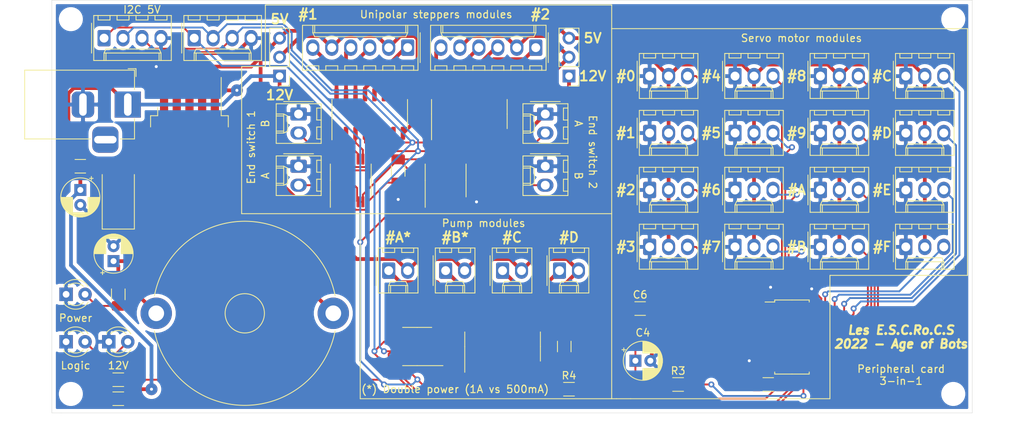
<source format=kicad_pcb>
(kicad_pcb (version 20171130) (host pcbnew 5.1.9+dfsg1-1)
  (layers (0 F.Cu signal) (31 B.Cu signal) (34 B.Paste user) (35 F.Paste user) (36 B.SilkS user) (37 F.SilkS user) (38 B.Mask user) (39 F.Mask user) (44 Edge.Cuts user))
  (net 0 "")
  (net 1 +5V)
  (net 2 GND)
  (net 3 +12V)
  (net 4 +5VP)
  (net 5 "Net-(D1-Pad2)")
  (net 6 "Net-(D2-Pad1)")
  (net 7 "Net-(D3-Pad2)")
  (net 8 /SCL)
  (net 9 /SDA)
  (net 10 "Net-(J4-Pad6)")
  (net 11 "Net-(J4-Pad2)")
  (net 12 "Net-(J4-Pad4)")
  (net 13 "Net-(J4-Pad3)")
  (net 14 "Net-(J4-Pad1)")
  (net 15 "Net-(J5-Pad1)")
  (net 16 "Net-(J5-Pad2)")
  (net 17 "Net-(J5-Pad3)")
  (net 18 "Net-(J5-Pad4)")
  (net 19 "Net-(J5-Pad6)")
  (net 20 /ENDSW_1A)
  (net 21 /ENDSW_1B)
  (net 22 /ENDSW_2A)
  (net 23 /ENDSW_2B)
  (net 24 /SERVO0)
  (net 25 /SERVO1)
  (net 26 /SERVO2)
  (net 27 /SERVO3)
  (net 28 /SERVO4)
  (net 29 /SERVO5)
  (net 30 /SERVO6)
  (net 31 /SERVO7)
  (net 32 /SERVOA)
  (net 33 /SERVOB)
  (net 34 /SERVO8)
  (net 35 /SERVO9)
  (net 36 "Net-(J22-Pad1)")
  (net 37 "Net-(J23-Pad1)")
  (net 38 "Net-(J24-Pad1)")
  (net 39 "Net-(J25-Pad1)")
  (net 40 /SERVOE)
  (net 41 /SERVOF)
  (net 42 /SERVOC)
  (net 43 /SERVOD)
  (net 44 "Net-(U1-Pad13)")
  (net 45 "Net-(U1-Pad12)")
  (net 46 "Net-(U1-Pad11)")
  (net 47 "Net-(U1-Pad10)")
  (net 48 "Net-(U1-Pad9)")
  (net 49 "Net-(U1-Pad4)")
  (net 50 "Net-(U1-Pad3)")
  (net 51 "Net-(U2-Pad3)")
  (net 52 "Net-(U2-Pad4)")
  (net 53 "Net-(U2-Pad9)")
  (net 54 "Net-(U2-Pad10)")
  (net 55 "Net-(U2-Pad11)")
  (net 56 "Net-(U2-Pad12)")
  (net 57 "Net-(U2-Pad13)")
  (net 58 "Net-(U4-Pad5)")
  (net 59 "Net-(U4-Pad6)")
  (net 60 "Net-(U4-Pad7)")
  (net 61 "Net-(U4-Pad10)")
  (net 62 "Net-(U4-Pad11)")
  (net 63 "Net-(U4-Pad12)")
  (net 64 "Net-(U5-Pad5)")
  (net 65 "Net-(U5-Pad6)")
  (net 66 "Net-(U5-Pad7)")
  (net 67 "Net-(U5-Pad10)")
  (net 68 "Net-(U5-Pad11)")
  (net 69 "Net-(U5-Pad12)")
  (net 70 "Net-(U7-Pad1)")
  (net 71 "Net-(U7-Pad2)")
  (net 72 "Net-(U7-Pad3)")
  (net 73 "Net-(U7-Pad5)")
  (net 74 "Net-(U8-Pad16)")
  (net 75 "Net-(U8-Pad1)")
  (net 76 "Net-(D4-Pad2)")
  (module MountingHole:MountingHole_2.2mm_M2 (layer F.Cu) (at 156.845 14.605)
    (fp_text reference REF** hide)
    (fp_text value MountingHole_2.2mm_M2)
    (pad 1 np_thru_hole circle (at 0 0) (size 2.2 2.2) (drill 2.2) (layers *.Cu *.Mask))
  )
  (module MountingHole:MountingHole_2.2mm_M2 (layer F.Cu) (at 156.845 64.77)
    (fp_text reference REF** hide)
    (fp_text value MountingHole_2.2mm_M2)
    (pad 1 np_thru_hole circle (at 0 0) (size 2.2 2.2) (drill 2.2) (layers *.Cu *.Mask))
  )
  (module MountingHole:MountingHole_2.2mm_M2 (layer F.Cu) (at 274.955 64.77)
    (fp_text reference REF** hide)
    (fp_text value MountingHole_2.2mm_M2)
    (pad 1 np_thru_hole circle (at 0 0) (size 2.2 2.2) (drill 2.2) (layers *.Cu *.Mask))
  )
  (module MountingHole:MountingHole_2.2mm_M2 (layer F.Cu) (at 274.955 14.605)
    (fp_text reference REF** hide)
    (fp_text value MountingHole_2.2mm_M2)
    (pad 1 np_thru_hole circle (at 0 0) (size 2.2 2.2) (drill 2.2) (layers *.Cu *.Mask))
  )
  (module Capacitor_SMD:C_1206_3216Metric_Pad1.33x1.80mm_HandSolder (layer F.Cu) (at 200.66 34.925 270)
    (fp_text reference C1 hide)
    (fp_text value 100n)
    (pad 1 smd roundrect (at -1.5625 0 270) (size 1.325 1.8) (layers F.Cu F.Paste F.Mask) (roundrect_rratio 0.1886784905660377) (net 1 +5V))
    (pad 2 smd roundrect (at 1.5625 0 270) (size 1.325 1.8) (layers F.Cu F.Paste F.Mask) (roundrect_rratio 0.1886784905660377) (net 2 GND))
  )
  (module Capacitor_THT:CP_Radial_D5.0mm_P2.00mm (layer F.Cu) (at 158.115 37.465 270)
    (fp_text reference C2 hide)
    (fp_text value 10u)
    (pad 2 thru_hole circle (at 2 0 270) (size 1.6 1.6) (drill 0.8) (layers *.Cu *.Mask) (net 2 GND))
    (pad 1 thru_hole rect (at 0 0 270) (size 1.6 1.6) (drill 0.8) (layers *.Cu *.Mask) (net 3 +12V))
  )
  (module Capacitor_SMD:C_1206_3216Metric_Pad1.33x1.80mm_HandSolder (layer F.Cu) (at 158.115 34.29)
    (fp_text reference C3 hide)
    (fp_text value 100n)
    (pad 2 smd roundrect (at 1.5625 0) (size 1.325 1.8) (layers F.Cu F.Paste F.Mask) (roundrect_rratio 0.1886784905660377) (net 2 GND))
    (pad 1 smd roundrect (at -1.5625 0) (size 1.325 1.8) (layers F.Cu F.Paste F.Mask) (roundrect_rratio 0.1886784905660377) (net 3 +12V))
  )
  (module Capacitor_THT:CP_Radial_D5.0mm_P2.00mm (layer F.Cu) (at 232.41 60.325)
    (fp_text reference C4 (at 1 -3.75) (layer F.SilkS))
    (fp_text value 10u)
    (pad 1 thru_hole rect (at 0 0) (size 1.6 1.6) (drill 0.8) (layers *.Cu *.Mask) (net 1 +5V))
    (pad 2 thru_hole circle (at 2 0) (size 1.6 1.6) (drill 0.8) (layers *.Cu *.Mask) (net 2 GND))
  )
  (module Capacitor_THT:CP_Radial_D5.0mm_P2.00mm (layer F.Cu) (at 162.56 46.99 90)
    (fp_text reference C5 hide)
    (fp_text value 10u)
    (pad 2 thru_hole circle (at 2 0 90) (size 1.6 1.6) (drill 0.8) (layers *.Cu *.Mask) (net 2 GND))
    (pad 1 thru_hole rect (at 0 0 90) (size 1.6 1.6) (drill 0.8) (layers *.Cu *.Mask) (net 4 +5VP))
  )
  (module Capacitor_SMD:C_1206_3216Metric_Pad1.33x1.80mm_HandSolder (layer F.Cu) (at 233.045 53.34)
    (fp_text reference C6 (at 0 -1.85) (layer F.SilkS))
    (fp_text value 100n)
    (pad 1 smd roundrect (at -1.5625 0) (size 1.325 1.8) (layers F.Cu F.Paste F.Mask) (roundrect_rratio 0.1886784905660377) (net 1 +5V))
    (pad 2 smd roundrect (at 1.5625 0) (size 1.325 1.8) (layers F.Cu F.Paste F.Mask) (roundrect_rratio 0.1886784905660377) (net 2 GND))
  )
  (module Capacitor_SMD:C_1206_3216Metric_Pad1.33x1.80mm_HandSolder (layer F.Cu) (at 250.19 63.5 180)
    (fp_text reference C7 hide)
    (fp_text value 100n)
    (pad 1 smd roundrect (at -1.5625 0 180) (size 1.325 1.8) (layers F.Cu F.Paste F.Mask) (roundrect_rratio 0.1886784905660377) (net 1 +5V))
    (pad 2 smd roundrect (at 1.5625 0 180) (size 1.325 1.8) (layers F.Cu F.Paste F.Mask) (roundrect_rratio 0.1886784905660377) (net 2 GND))
  )
  (module Capacitor_SMD:C_1206_3216Metric_Pad1.33x1.80mm_HandSolder (layer F.Cu) (at 222.885 58.42 90)
    (fp_text reference C8 hide)
    (fp_text value 100n)
    (pad 2 smd roundrect (at 1.5625 0 90) (size 1.325 1.8) (layers F.Cu F.Paste F.Mask) (roundrect_rratio 0.1886784905660377) (net 2 GND))
    (pad 1 smd roundrect (at -1.5625 0 90) (size 1.325 1.8) (layers F.Cu F.Paste F.Mask) (roundrect_rratio 0.1886784905660377) (net 1 +5V))
  )
  (module LED_THT:LED_D3.0mm (layer F.Cu) (at 156.21 57.785)
    (fp_text reference D1 hide)
    (fp_text value Logic)
    (pad 2 thru_hole circle (at 2.54 0) (size 1.8 1.8) (drill 0.9) (layers *.Cu *.Mask) (net 5 "Net-(D1-Pad2)"))
    (pad 1 thru_hole rect (at 0 0) (size 1.8 1.8) (drill 0.9) (layers *.Cu *.Mask) (net 2 GND))
  )
  (module Diode_SMD:D_SMB_Handsoldering (layer F.Cu) (at 163.195 38.1 90)
    (fp_text reference D2 hide)
    (fp_text value SS54)
    (pad 1 smd rect (at -2.7 0 90) (size 3.5 2.3) (layers F.Cu F.Paste F.Mask) (net 6 "Net-(D2-Pad1)"))
    (pad 2 smd rect (at 2.7 0 90) (size 3.5 2.3) (layers F.Cu F.Paste F.Mask) (net 2 GND))
  )
  (module LED_THT:LED_D3.0mm (layer F.Cu) (at 156.21 51.435)
    (fp_text reference D3 hide)
    (fp_text value Pwr)
    (pad 1 thru_hole rect (at 0 0) (size 1.8 1.8) (drill 0.9) (layers *.Cu *.Mask) (net 2 GND))
    (pad 2 thru_hole circle (at 2.54 0) (size 1.8 1.8) (drill 0.9) (layers *.Cu *.Mask) (net 7 "Net-(D3-Pad2)"))
  )
  (module Connector_BarrelJack:BarrelJack_Horizontal (layer F.Cu) (at 164.465 26.035)
    (fp_text reference J1 hide)
    (fp_text value "Battery in")
    (pad 1 thru_hole rect (at 0 0) (size 3.5 3.5) (drill oval 1 3) (layers *.Cu *.Mask) (net 3 +12V))
    (pad 2 thru_hole roundrect (at -6 0) (size 3 3.5) (drill oval 1 3) (layers *.Cu *.Mask) (net 2 GND))
    (pad 3 thru_hole roundrect (at -3 4.7) (size 3.5 3.5) (drill oval 3 1) (layers *.Cu *.Mask))
  )
  (module Connector_Molex:Molex_KK-254_AE-6410-04A_1x04_P2.54mm_Vertical (layer F.Cu) (at 161.29 17.145)
    (fp_text reference J2 hide)
    (fp_text value I2C)
    (pad 4 thru_hole oval (at 7.62 0) (size 1.74 2.19) (drill 1.19) (layers *.Cu *.Mask) (net 2 GND))
    (pad 3 thru_hole oval (at 5.08 0) (size 1.74 2.19) (drill 1.19) (layers *.Cu *.Mask) (net 8 /SCL))
    (pad 2 thru_hole oval (at 2.54 0) (size 1.74 2.19) (drill 1.19) (layers *.Cu *.Mask) (net 9 /SDA))
    (pad 1 thru_hole roundrect (at 0 0) (size 1.74 2.19) (drill 1.19) (layers *.Cu *.Mask) (roundrect_rratio 0.1436775862068966) (net 1 +5V))
  )
  (module Connector_Molex:Molex_KK-254_AE-6410-04A_1x04_P2.54mm_Vertical (layer F.Cu) (at 173.355 17.145)
    (fp_text reference J3 hide)
    (fp_text value I2C)
    (pad 1 thru_hole roundrect (at 0 0) (size 1.74 2.19) (drill 1.19) (layers *.Cu *.Mask) (roundrect_rratio 0.1436775862068966) (net 1 +5V))
    (pad 2 thru_hole oval (at 2.54 0) (size 1.74 2.19) (drill 1.19) (layers *.Cu *.Mask) (net 9 /SDA))
    (pad 3 thru_hole oval (at 5.08 0) (size 1.74 2.19) (drill 1.19) (layers *.Cu *.Mask) (net 8 /SCL))
    (pad 4 thru_hole oval (at 7.62 0) (size 1.74 2.19) (drill 1.19) (layers *.Cu *.Mask) (net 2 GND))
  )
  (module Connector_Molex:Molex_KK-254_AE-6410-06A_1x06_P2.54mm_Vertical (layer F.Cu) (at 219.075 18.415 180)
    (fp_text reference J4 hide)
    (fp_text value "Stepper 2")
    (pad 6 thru_hole oval (at 12.7 0 180) (size 1.74 2.19) (drill 1.19) (layers *.Cu *.Mask) (net 10 "Net-(J4-Pad6)"))
    (pad 5 thru_hole oval (at 10.16 0 180) (size 1.74 2.19) (drill 1.19) (layers *.Cu *.Mask) (net 11 "Net-(J4-Pad2)"))
    (pad 4 thru_hole oval (at 7.62 0 180) (size 1.74 2.19) (drill 1.19) (layers *.Cu *.Mask) (net 12 "Net-(J4-Pad4)"))
    (pad 3 thru_hole oval (at 5.08 0 180) (size 1.74 2.19) (drill 1.19) (layers *.Cu *.Mask) (net 13 "Net-(J4-Pad3)"))
    (pad 2 thru_hole oval (at 2.54 0 180) (size 1.74 2.19) (drill 1.19) (layers *.Cu *.Mask) (net 11 "Net-(J4-Pad2)"))
    (pad 1 thru_hole roundrect (at 0 0 180) (size 1.74 2.19) (drill 1.19) (layers *.Cu *.Mask) (roundrect_rratio 0.1436775862068966) (net 14 "Net-(J4-Pad1)"))
  )
  (module Connector_Molex:Molex_KK-254_AE-6410-06A_1x06_P2.54mm_Vertical (layer F.Cu) (at 201.93 18.415 180)
    (fp_text reference J5 hide)
    (fp_text value "Stepper 1")
    (pad 1 thru_hole roundrect (at 0 0 180) (size 1.74 2.19) (drill 1.19) (layers *.Cu *.Mask) (roundrect_rratio 0.1436775862068966) (net 15 "Net-(J5-Pad1)"))
    (pad 2 thru_hole oval (at 2.54 0 180) (size 1.74 2.19) (drill 1.19) (layers *.Cu *.Mask) (net 16 "Net-(J5-Pad2)"))
    (pad 3 thru_hole oval (at 5.08 0 180) (size 1.74 2.19) (drill 1.19) (layers *.Cu *.Mask) (net 17 "Net-(J5-Pad3)"))
    (pad 4 thru_hole oval (at 7.62 0 180) (size 1.74 2.19) (drill 1.19) (layers *.Cu *.Mask) (net 18 "Net-(J5-Pad4)"))
    (pad 5 thru_hole oval (at 10.16 0 180) (size 1.74 2.19) (drill 1.19) (layers *.Cu *.Mask) (net 16 "Net-(J5-Pad2)"))
    (pad 6 thru_hole oval (at 12.7 0 180) (size 1.74 2.19) (drill 1.19) (layers *.Cu *.Mask) (net 19 "Net-(J5-Pad6)"))
  )
  (module Connector_Molex:Molex_KK-254_AE-6410-02A_1x02_P2.54mm_Vertical (layer F.Cu) (at 220.345 27.305 270)
    (fp_text reference J6 hide)
    (fp_text value "End switch 2A")
    (pad 1 thru_hole roundrect (at 0 0 270) (size 1.74 2.19) (drill 1.19) (layers *.Cu *.Mask) (roundrect_rratio 0.1436775862068966) (net 2 GND))
    (pad 2 thru_hole oval (at 2.54 0 270) (size 1.74 2.19) (drill 1.19) (layers *.Cu *.Mask) (net 20 /ENDSW_1A))
  )
  (module Connector_Molex:Molex_KK-254_AE-6410-02A_1x02_P2.54mm_Vertical (layer F.Cu) (at 220.345 34.29 270)
    (fp_text reference J7 hide)
    (fp_text value "End switch 2B")
    (pad 2 thru_hole oval (at 2.54 0 270) (size 1.74 2.19) (drill 1.19) (layers *.Cu *.Mask) (net 21 /ENDSW_1B))
    (pad 1 thru_hole roundrect (at 0 0 270) (size 1.74 2.19) (drill 1.19) (layers *.Cu *.Mask) (roundrect_rratio 0.1436775862068966) (net 2 GND))
  )
  (module Connector_Molex:Molex_KK-254_AE-6410-02A_1x02_P2.54mm_Vertical (layer F.Cu) (at 187.325 34.29 270)
    (fp_text reference J8 hide)
    (fp_text value "End switch 1A")
    (pad 2 thru_hole oval (at 2.54 0 270) (size 1.74 2.19) (drill 1.19) (layers *.Cu *.Mask) (net 22 /ENDSW_2A))
    (pad 1 thru_hole roundrect (at 0 0 270) (size 1.74 2.19) (drill 1.19) (layers *.Cu *.Mask) (roundrect_rratio 0.1436775862068966) (net 2 GND))
  )
  (module Connector_Molex:Molex_KK-254_AE-6410-02A_1x02_P2.54mm_Vertical (layer F.Cu) (at 187.325 27.305 270)
    (fp_text reference J9 hide)
    (fp_text value "End switch 1B")
    (pad 1 thru_hole roundrect (at 0 0 270) (size 1.74 2.19) (drill 1.19) (layers *.Cu *.Mask) (roundrect_rratio 0.1436775862068966) (net 2 GND))
    (pad 2 thru_hole oval (at 2.54 0 270) (size 1.74 2.19) (drill 1.19) (layers *.Cu *.Mask) (net 23 /ENDSW_2B))
  )
  (module Connector_Molex:Molex_KK-254_AE-6410-03A_1x03_P2.54mm_Vertical (layer F.Cu) (at 234.315 22.225)
    (fp_text reference J10 hide)
    (fp_text value "Servo 0")
    (pad 1 thru_hole roundrect (at 0 0) (size 1.74 2.19) (drill 1.19) (layers *.Cu *.Mask) (roundrect_rratio 0.1436775862068966) (net 2 GND))
    (pad 2 thru_hole oval (at 2.54 0) (size 1.74 2.19) (drill 1.19) (layers *.Cu *.Mask) (net 4 +5VP))
    (pad 3 thru_hole oval (at 5.08 0) (size 1.74 2.19) (drill 1.19) (layers *.Cu *.Mask) (net 24 /SERVO0))
  )
  (module Connector_Molex:Molex_KK-254_AE-6410-03A_1x03_P2.54mm_Vertical (layer F.Cu) (at 234.315 29.845)
    (fp_text reference J11 hide)
    (fp_text value "Servo 1")
    (pad 3 thru_hole oval (at 5.08 0) (size 1.74 2.19) (drill 1.19) (layers *.Cu *.Mask) (net 25 /SERVO1))
    (pad 2 thru_hole oval (at 2.54 0) (size 1.74 2.19) (drill 1.19) (layers *.Cu *.Mask) (net 4 +5VP))
    (pad 1 thru_hole roundrect (at 0 0) (size 1.74 2.19) (drill 1.19) (layers *.Cu *.Mask) (roundrect_rratio 0.1436775862068966) (net 2 GND))
  )
  (module Connector_Molex:Molex_KK-254_AE-6410-03A_1x03_P2.54mm_Vertical (layer F.Cu) (at 234.315 37.465)
    (fp_text reference J12 hide)
    (fp_text value "Servo 2")
    (pad 1 thru_hole roundrect (at 0 0) (size 1.74 2.19) (drill 1.19) (layers *.Cu *.Mask) (roundrect_rratio 0.1436775862068966) (net 2 GND))
    (pad 2 thru_hole oval (at 2.54 0) (size 1.74 2.19) (drill 1.19) (layers *.Cu *.Mask) (net 4 +5VP))
    (pad 3 thru_hole oval (at 5.08 0) (size 1.74 2.19) (drill 1.19) (layers *.Cu *.Mask) (net 26 /SERVO2))
  )
  (module Connector_Molex:Molex_KK-254_AE-6410-03A_1x03_P2.54mm_Vertical (layer F.Cu) (at 234.315 45.085)
    (fp_text reference J13 hide)
    (fp_text value "Servo 3")
    (pad 1 thru_hole roundrect (at 0 0) (size 1.74 2.19) (drill 1.19) (layers *.Cu *.Mask) (roundrect_rratio 0.1436775862068966) (net 2 GND))
    (pad 2 thru_hole oval (at 2.54 0) (size 1.74 2.19) (drill 1.19) (layers *.Cu *.Mask) (net 4 +5VP))
    (pad 3 thru_hole oval (at 5.08 0) (size 1.74 2.19) (drill 1.19) (layers *.Cu *.Mask) (net 27 /SERVO3))
  )
  (module Connector_Molex:Molex_KK-254_AE-6410-03A_1x03_P2.54mm_Vertical (layer F.Cu) (at 245.745 22.225)
    (fp_text reference J14 hide)
    (fp_text value "Servo 4")
    (pad 3 thru_hole oval (at 5.08 0) (size 1.74 2.19) (drill 1.19) (layers *.Cu *.Mask) (net 28 /SERVO4))
    (pad 2 thru_hole oval (at 2.54 0) (size 1.74 2.19) (drill 1.19) (layers *.Cu *.Mask) (net 4 +5VP))
    (pad 1 thru_hole roundrect (at 0 0) (size 1.74 2.19) (drill 1.19) (layers *.Cu *.Mask) (roundrect_rratio 0.1436775862068966) (net 2 GND))
  )
  (module Connector_Molex:Molex_KK-254_AE-6410-03A_1x03_P2.54mm_Vertical (layer F.Cu) (at 245.745 29.845)
    (fp_text reference J15 hide)
    (fp_text value "Servo 5")
    (pad 1 thru_hole roundrect (at 0 0) (size 1.74 2.19) (drill 1.19) (layers *.Cu *.Mask) (roundrect_rratio 0.1436775862068966) (net 2 GND))
    (pad 2 thru_hole oval (at 2.54 0) (size 1.74 2.19) (drill 1.19) (layers *.Cu *.Mask) (net 4 +5VP))
    (pad 3 thru_hole oval (at 5.08 0) (size 1.74 2.19) (drill 1.19) (layers *.Cu *.Mask) (net 29 /SERVO5))
  )
  (module Connector_Molex:Molex_KK-254_AE-6410-03A_1x03_P2.54mm_Vertical (layer F.Cu) (at 245.745 37.465)
    (fp_text reference J16 hide)
    (fp_text value "Servo 6")
    (pad 3 thru_hole oval (at 5.08 0) (size 1.74 2.19) (drill 1.19) (layers *.Cu *.Mask) (net 30 /SERVO6))
    (pad 2 thru_hole oval (at 2.54 0) (size 1.74 2.19) (drill 1.19) (layers *.Cu *.Mask) (net 4 +5VP))
    (pad 1 thru_hole roundrect (at 0 0) (size 1.74 2.19) (drill 1.19) (layers *.Cu *.Mask) (roundrect_rratio 0.1436775862068966) (net 2 GND))
  )
  (module Connector_Molex:Molex_KK-254_AE-6410-03A_1x03_P2.54mm_Vertical (layer F.Cu) (at 245.745 45.085)
    (fp_text reference J17 hide)
    (fp_text value "Servo 7")
    (pad 3 thru_hole oval (at 5.08 0) (size 1.74 2.19) (drill 1.19) (layers *.Cu *.Mask) (net 31 /SERVO7))
    (pad 2 thru_hole oval (at 2.54 0) (size 1.74 2.19) (drill 1.19) (layers *.Cu *.Mask) (net 4 +5VP))
    (pad 1 thru_hole roundrect (at 0 0) (size 1.74 2.19) (drill 1.19) (layers *.Cu *.Mask) (roundrect_rratio 0.1436775862068966) (net 2 GND))
  )
  (module Connector_Molex:Molex_KK-254_AE-6410-03A_1x03_P2.54mm_Vertical (layer F.Cu) (at 257.175 37.465)
    (fp_text reference J18 hide)
    (fp_text value "Servo A")
    (pad 3 thru_hole oval (at 5.08 0) (size 1.74 2.19) (drill 1.19) (layers *.Cu *.Mask) (net 32 /SERVOA))
    (pad 2 thru_hole oval (at 2.54 0) (size 1.74 2.19) (drill 1.19) (layers *.Cu *.Mask) (net 4 +5VP))
    (pad 1 thru_hole roundrect (at 0 0) (size 1.74 2.19) (drill 1.19) (layers *.Cu *.Mask) (roundrect_rratio 0.1436775862068966) (net 2 GND))
  )
  (module Connector_Molex:Molex_KK-254_AE-6410-03A_1x03_P2.54mm_Vertical (layer F.Cu) (at 257.175 45.085)
    (fp_text reference J19 hide)
    (fp_text value "Servo B")
    (pad 1 thru_hole roundrect (at 0 0) (size 1.74 2.19) (drill 1.19) (layers *.Cu *.Mask) (roundrect_rratio 0.1436775862068966) (net 2 GND))
    (pad 2 thru_hole oval (at 2.54 0) (size 1.74 2.19) (drill 1.19) (layers *.Cu *.Mask) (net 4 +5VP))
    (pad 3 thru_hole oval (at 5.08 0) (size 1.74 2.19) (drill 1.19) (layers *.Cu *.Mask) (net 33 /SERVOB))
  )
  (module Connector_Molex:Molex_KK-254_AE-6410-03A_1x03_P2.54mm_Vertical (layer F.Cu) (at 257.175 22.225)
    (fp_text reference J20 hide)
    (fp_text value "Servo 8")
    (pad 1 thru_hole roundrect (at 0 0) (size 1.74 2.19) (drill 1.19) (layers *.Cu *.Mask) (roundrect_rratio 0.1436775862068966) (net 2 GND))
    (pad 2 thru_hole oval (at 2.54 0) (size 1.74 2.19) (drill 1.19) (layers *.Cu *.Mask) (net 4 +5VP))
    (pad 3 thru_hole oval (at 5.08 0) (size 1.74 2.19) (drill 1.19) (layers *.Cu *.Mask) (net 34 /SERVO8))
  )
  (module Connector_Molex:Molex_KK-254_AE-6410-03A_1x03_P2.54mm_Vertical (layer F.Cu) (at 257.175 29.845)
    (fp_text reference J21 hide)
    (fp_text value "Servo 9")
    (pad 1 thru_hole roundrect (at 0 0) (size 1.74 2.19) (drill 1.19) (layers *.Cu *.Mask) (roundrect_rratio 0.1436775862068966) (net 2 GND))
    (pad 2 thru_hole oval (at 2.54 0) (size 1.74 2.19) (drill 1.19) (layers *.Cu *.Mask) (net 4 +5VP))
    (pad 3 thru_hole oval (at 5.08 0) (size 1.74 2.19) (drill 1.19) (layers *.Cu *.Mask) (net 35 /SERVO9))
  )
  (module Connector_Molex:Molex_KK-254_AE-6410-02A_1x02_P2.54mm_Vertical (layer F.Cu) (at 199.39 48.26)
    (fp_text reference J22 hide)
    (fp_text value "Pump A")
    (pad 1 thru_hole roundrect (at 0 0) (size 1.74 2.19) (drill 1.19) (layers *.Cu *.Mask) (roundrect_rratio 0.1436775862068966) (net 36 "Net-(J22-Pad1)"))
    (pad 2 thru_hole oval (at 2.54 0) (size 1.74 2.19) (drill 1.19) (layers *.Cu *.Mask) (net 3 +12V))
  )
  (module Connector_Molex:Molex_KK-254_AE-6410-02A_1x02_P2.54mm_Vertical (layer F.Cu) (at 207.01 48.26)
    (fp_text reference J23 hide)
    (fp_text value "Pump B")
    (pad 1 thru_hole roundrect (at 0 0) (size 1.74 2.19) (drill 1.19) (layers *.Cu *.Mask) (roundrect_rratio 0.1436775862068966) (net 37 "Net-(J23-Pad1)"))
    (pad 2 thru_hole oval (at 2.54 0) (size 1.74 2.19) (drill 1.19) (layers *.Cu *.Mask) (net 3 +12V))
  )
  (module Connector_Molex:Molex_KK-254_AE-6410-02A_1x02_P2.54mm_Vertical (layer F.Cu) (at 214.63 48.26)
    (fp_text reference J24 hide)
    (fp_text value "Pump C")
    (pad 2 thru_hole oval (at 2.54 0) (size 1.74 2.19) (drill 1.19) (layers *.Cu *.Mask) (net 3 +12V))
    (pad 1 thru_hole roundrect (at 0 0) (size 1.74 2.19) (drill 1.19) (layers *.Cu *.Mask) (roundrect_rratio 0.1436775862068966) (net 38 "Net-(J24-Pad1)"))
  )
  (module Connector_Molex:Molex_KK-254_AE-6410-02A_1x02_P2.54mm_Vertical (layer F.Cu) (at 222.25 48.26)
    (fp_text reference J25 hide)
    (fp_text value "Pump D")
    (pad 2 thru_hole oval (at 2.54 0) (size 1.74 2.19) (drill 1.19) (layers *.Cu *.Mask) (net 3 +12V))
    (pad 1 thru_hole roundrect (at 0 0) (size 1.74 2.19) (drill 1.19) (layers *.Cu *.Mask) (roundrect_rratio 0.1436775862068966) (net 39 "Net-(J25-Pad1)"))
  )
  (module Connector_Molex:Molex_KK-254_AE-6410-03A_1x03_P2.54mm_Vertical (layer F.Cu) (at 268.605 37.465)
    (fp_text reference J26 hide)
    (fp_text value "Servo E")
    (pad 3 thru_hole oval (at 5.08 0) (size 1.74 2.19) (drill 1.19) (layers *.Cu *.Mask) (net 40 /SERVOE))
    (pad 2 thru_hole oval (at 2.54 0) (size 1.74 2.19) (drill 1.19) (layers *.Cu *.Mask) (net 4 +5VP))
    (pad 1 thru_hole roundrect (at 0 0) (size 1.74 2.19) (drill 1.19) (layers *.Cu *.Mask) (roundrect_rratio 0.1436775862068966) (net 2 GND))
  )
  (module Connector_Molex:Molex_KK-254_AE-6410-03A_1x03_P2.54mm_Vertical (layer F.Cu) (at 268.605 45.085)
    (fp_text reference J27 hide)
    (fp_text value "Servo F")
    (pad 3 thru_hole oval (at 5.08 0) (size 1.74 2.19) (drill 1.19) (layers *.Cu *.Mask) (net 41 /SERVOF))
    (pad 2 thru_hole oval (at 2.54 0) (size 1.74 2.19) (drill 1.19) (layers *.Cu *.Mask) (net 4 +5VP))
    (pad 1 thru_hole roundrect (at 0 0) (size 1.74 2.19) (drill 1.19) (layers *.Cu *.Mask) (roundrect_rratio 0.1436775862068966) (net 2 GND))
  )
  (module Connector_Molex:Molex_KK-254_AE-6410-03A_1x03_P2.54mm_Vertical (layer F.Cu) (at 268.605 22.225)
    (fp_text reference J28 hide)
    (fp_text value "Servo C")
    (pad 3 thru_hole oval (at 5.08 0) (size 1.74 2.19) (drill 1.19) (layers *.Cu *.Mask) (net 42 /SERVOC))
    (pad 2 thru_hole oval (at 2.54 0) (size 1.74 2.19) (drill 1.19) (layers *.Cu *.Mask) (net 4 +5VP))
    (pad 1 thru_hole roundrect (at 0 0) (size 1.74 2.19) (drill 1.19) (layers *.Cu *.Mask) (roundrect_rratio 0.1436775862068966) (net 2 GND))
  )
  (module Connector_Molex:Molex_KK-254_AE-6410-03A_1x03_P2.54mm_Vertical (layer F.Cu) (at 268.605 29.845)
    (fp_text reference J29 hide)
    (fp_text value "Servo D")
    (pad 1 thru_hole roundrect (at 0 0) (size 1.74 2.19) (drill 1.19) (layers *.Cu *.Mask) (roundrect_rratio 0.1436775862068966) (net 2 GND))
    (pad 2 thru_hole oval (at 2.54 0) (size 1.74 2.19) (drill 1.19) (layers *.Cu *.Mask) (net 4 +5VP))
    (pad 3 thru_hole oval (at 5.08 0) (size 1.74 2.19) (drill 1.19) (layers *.Cu *.Mask) (net 43 /SERVOD))
  )
  (module Connector_PinHeader_2.54mm:PinHeader_1x03_P2.54mm_Vertical (layer F.Cu) (at 223.52 22.225 180)
    (fp_text reference JP1 hide)
    (fp_text value "Voltage select")
    (pad 3 thru_hole oval (at 0 5.08 180) (size 1.7 1.7) (drill 1) (layers *.Cu *.Mask) (net 4 +5VP))
    (pad 2 thru_hole oval (at 0 2.54 180) (size 1.7 1.7) (drill 1) (layers *.Cu *.Mask) (net 11 "Net-(J4-Pad2)"))
    (pad 1 thru_hole rect (at 0 0 180) (size 1.7 1.7) (drill 1) (layers *.Cu *.Mask) (net 3 +12V))
  )
  (module Connector_PinHeader_2.54mm:PinHeader_1x03_P2.54mm_Vertical (layer F.Cu) (at 184.785 22.225 180)
    (fp_text reference JP2 hide)
    (fp_text value "Voltage select")
    (pad 1 thru_hole rect (at 0 0 180) (size 1.7 1.7) (drill 1) (layers *.Cu *.Mask) (net 3 +12V))
    (pad 2 thru_hole oval (at 0 2.54 180) (size 1.7 1.7) (drill 1) (layers *.Cu *.Mask) (net 16 "Net-(J5-Pad2)"))
    (pad 3 thru_hole oval (at 0 5.08 180) (size 1.7 1.7) (drill 1) (layers *.Cu *.Mask) (net 4 +5VP))
  )
  (module Resistor_SMD:R_1206_3216Metric_Pad1.30x1.75mm_HandSolder (layer F.Cu) (at 163.195 62.865 180)
    (fp_text reference R1 hide)
    (fp_text value 300)
    (pad 1 smd roundrect (at -1.55 0 180) (size 1.3 1.75) (layers F.Cu F.Paste F.Mask) (roundrect_rratio 0.1923076923076923) (net 1 +5V))
    (pad 2 smd roundrect (at 1.55 0 180) (size 1.3 1.75) (layers F.Cu F.Paste F.Mask) (roundrect_rratio 0.1923076923076923) (net 5 "Net-(D1-Pad2)"))
  )
  (module Resistor_SMD:R_1206_3216Metric_Pad1.30x1.75mm_HandSolder (layer F.Cu) (at 163.195 51.435 270)
    (fp_text reference R2 hide)
    (fp_text value 300)
    (pad 2 smd roundrect (at 1.55 0 270) (size 1.3 1.75) (layers F.Cu F.Paste F.Mask) (roundrect_rratio 0.1923076923076923) (net 7 "Net-(D3-Pad2)"))
    (pad 1 smd roundrect (at -1.55 0 270) (size 1.3 1.75) (layers F.Cu F.Paste F.Mask) (roundrect_rratio 0.1923076923076923) (net 4 +5VP))
  )
  (module Package_SO:TSSOP-16_4.4x5mm_P0.65mm (layer F.Cu) (at 207.01 36.195 90)
    (fp_text reference U1 hide)
    (fp_text value PCA9629)
    (pad 16 smd roundrect (at 2.8625 -2.275 90) (size 1.475 0.4) (layers F.Cu F.Paste F.Mask) (net 1 +5V))
    (pad 15 smd roundrect (at 2.8625 -1.625 90) (size 1.475 0.4) (layers F.Cu F.Paste F.Mask) (net 9 /SDA))
    (pad 14 smd roundrect (at 2.8625 -0.975 90) (size 1.475 0.4) (layers F.Cu F.Paste F.Mask) (net 8 /SCL))
    (pad 13 smd roundrect (at 2.8625 -0.325 90) (size 1.475 0.4) (layers F.Cu F.Paste F.Mask) (net 44 "Net-(U1-Pad13)"))
    (pad 12 smd roundrect (at 2.8625 0.325 90) (size 1.475 0.4) (layers F.Cu F.Paste F.Mask) (net 45 "Net-(U1-Pad12)"))
    (pad 11 smd roundrect (at 2.8625 0.975 90) (size 1.475 0.4) (layers F.Cu F.Paste F.Mask) (net 46 "Net-(U1-Pad11)"))
    (pad 10 smd roundrect (at 2.8625 1.625 90) (size 1.475 0.4) (layers F.Cu F.Paste F.Mask) (net 47 "Net-(U1-Pad10)"))
    (pad 9 smd roundrect (at 2.8625 2.275 90) (size 1.475 0.4) (layers F.Cu F.Paste F.Mask) (net 48 "Net-(U1-Pad9)"))
    (pad 8 smd roundrect (at -2.8625 2.275 90) (size 1.475 0.4) (layers F.Cu F.Paste F.Mask) (net 2 GND))
    (pad 7 smd roundrect (at -2.8625 1.625 90) (size 1.475 0.4) (layers F.Cu F.Paste F.Mask) (net 1 +5V))
    (pad 6 smd roundrect (at -2.8625 0.975 90) (size 1.475 0.4) (layers F.Cu F.Paste F.Mask) (net 2 GND))
    (pad 5 smd roundrect (at -2.8625 0.325 90) (size 1.475 0.4) (layers F.Cu F.Paste F.Mask) (net 1 +5V))
    (pad 4 smd roundrect (at -2.8625 -0.325 90) (size 1.475 0.4) (layers F.Cu F.Paste F.Mask) (net 49 "Net-(U1-Pad4)"))
    (pad 3 smd roundrect (at -2.8625 -0.975 90) (size 1.475 0.4) (layers F.Cu F.Paste F.Mask) (net 50 "Net-(U1-Pad3)"))
    (pad 2 smd roundrect (at -2.8625 -1.625 90) (size 1.475 0.4) (layers F.Cu F.Paste F.Mask) (net 21 /ENDSW_1B))
    (pad 1 smd roundrect (at -2.8625 -2.275 90) (size 1.475 0.4) (layers F.Cu F.Paste F.Mask) (net 20 /ENDSW_1A))
  )
  (module Package_SO:TSSOP-16_4.4x5mm_P0.65mm (layer F.Cu) (at 194.31 36.195 90)
    (fp_text reference U2 hide)
    (fp_text value PCA9629)
    (pad 1 smd roundrect (at -2.8625 -2.275 90) (size 1.475 0.4) (layers F.Cu F.Paste F.Mask) (net 22 /ENDSW_2A))
    (pad 2 smd roundrect (at -2.8625 -1.625 90) (size 1.475 0.4) (layers F.Cu F.Paste F.Mask) (net 23 /ENDSW_2B))
    (pad 3 smd roundrect (at -2.8625 -0.975 90) (size 1.475 0.4) (layers F.Cu F.Paste F.Mask) (net 51 "Net-(U2-Pad3)"))
    (pad 4 smd roundrect (at -2.8625 -0.325 90) (size 1.475 0.4) (layers F.Cu F.Paste F.Mask) (net 52 "Net-(U2-Pad4)"))
    (pad 5 smd roundrect (at -2.8625 0.325 90) (size 1.475 0.4) (layers F.Cu F.Paste F.Mask) (net 2 GND))
    (pad 6 smd roundrect (at -2.8625 0.975 90) (size 1.475 0.4) (layers F.Cu F.Paste F.Mask) (net 1 +5V))
    (pad 7 smd roundrect (at -2.8625 1.625 90) (size 1.475 0.4) (layers F.Cu F.Paste F.Mask) (net 1 +5V))
    (pad 8 smd roundrect (at -2.8625 2.275 90) (size 1.475 0.4) (layers F.Cu F.Paste F.Mask) (net 2 GND))
    (pad 9 smd roundrect (at 2.8625 2.275 90) (size 1.475 0.4) (layers F.Cu F.Paste F.Mask) (net 53 "Net-(U2-Pad9)"))
    (pad 10 smd roundrect (at 2.8625 1.625 90) (size 1.475 0.4) (layers F.Cu F.Paste F.Mask) (net 54 "Net-(U2-Pad10)"))
    (pad 11 smd roundrect (at 2.8625 0.975 90) (size 1.475 0.4) (layers F.Cu F.Paste F.Mask) (net 55 "Net-(U2-Pad11)"))
    (pad 12 smd roundrect (at 2.8625 0.325 90) (size 1.475 0.4) (layers F.Cu F.Paste F.Mask) (net 56 "Net-(U2-Pad12)"))
    (pad 13 smd roundrect (at 2.8625 -0.325 90) (size 1.475 0.4) (layers F.Cu F.Paste F.Mask) (net 57 "Net-(U2-Pad13)"))
    (pad 14 smd roundrect (at 2.8625 -0.975 90) (size 1.475 0.4) (layers F.Cu F.Paste F.Mask) (net 8 /SCL))
    (pad 15 smd roundrect (at 2.8625 -1.625 90) (size 1.475 0.4) (layers F.Cu F.Paste F.Mask) (net 9 /SDA))
    (pad 16 smd roundrect (at 2.8625 -2.275 90) (size 1.475 0.4) (layers F.Cu F.Paste F.Mask) (net 1 +5V))
  )
  (module Package_TO_SOT_SMD:TO-263-5_TabPin3 (layer F.Cu) (at 172.72 30.48 270)
    (fp_text reference U3 hide)
    (fp_text value LM2576HVS-5)
    (pad 1 smd rect (at -5.775 -3.4 270) (size 4.6 1.1) (layers F.Cu F.Paste F.Mask) (net 3 +12V))
    (pad 2 smd rect (at -5.775 -1.7 270) (size 4.6 1.1) (layers F.Cu F.Paste F.Mask) (net 6 "Net-(D2-Pad1)"))
    (pad 3 smd rect (at -5.775 0 270) (size 4.6 1.1) (layers F.Cu F.Paste F.Mask) (net 2 GND))
    (pad 4 smd rect (at -5.775 1.7 270) (size 4.6 1.1) (layers F.Cu F.Paste F.Mask) (net 4 +5VP))
    (pad 5 smd rect (at -5.775 3.4 270) (size 4.6 1.1) (layers F.Cu F.Paste F.Mask) (net 2 GND))
    (pad 3 smd rect (at 3.375 0 270) (size 9.4 10.8) (layers F.Cu F.Mask) (net 2 GND))
  )
  (module Package_SO:SO-16_3.9x9.9mm_P1.27mm (layer F.Cu) (at 210.185 27.305 90)
    (fp_text reference U4 hide)
    (fp_text value ULN2003)
    (pad 1 smd roundrect (at -2.575 -4.445 90) (size 1.75 0.6) (layers F.Cu F.Paste F.Mask) (net 45 "Net-(U1-Pad12)"))
    (pad 2 smd roundrect (at -2.575 -3.175 90) (size 1.75 0.6) (layers F.Cu F.Paste F.Mask) (net 46 "Net-(U1-Pad11)"))
    (pad 3 smd roundrect (at -2.575 -1.905 90) (size 1.75 0.6) (layers F.Cu F.Paste F.Mask) (net 47 "Net-(U1-Pad10)"))
    (pad 4 smd roundrect (at -2.575 -0.635 90) (size 1.75 0.6) (layers F.Cu F.Paste F.Mask) (net 48 "Net-(U1-Pad9)"))
    (pad 5 smd roundrect (at -2.575 0.635 90) (size 1.75 0.6) (layers F.Cu F.Paste F.Mask) (net 58 "Net-(U4-Pad5)"))
    (pad 6 smd roundrect (at -2.575 1.905 90) (size 1.75 0.6) (layers F.Cu F.Paste F.Mask) (net 59 "Net-(U4-Pad6)"))
    (pad 7 smd roundrect (at -2.575 3.175 90) (size 1.75 0.6) (layers F.Cu F.Paste F.Mask) (net 60 "Net-(U4-Pad7)"))
    (pad 8 smd roundrect (at -2.575 4.445 90) (size 1.75 0.6) (layers F.Cu F.Paste F.Mask) (net 2 GND))
    (pad 9 smd roundrect (at 2.575 4.445 90) (size 1.75 0.6) (layers F.Cu F.Paste F.Mask) (net 11 "Net-(J4-Pad2)"))
    (pad 10 smd roundrect (at 2.575 3.175 90) (size 1.75 0.6) (layers F.Cu F.Paste F.Mask) (net 61 "Net-(U4-Pad10)"))
    (pad 11 smd roundrect (at 2.575 1.905 90) (size 1.75 0.6) (layers F.Cu F.Paste F.Mask) (net 62 "Net-(U4-Pad11)"))
    (pad 12 smd roundrect (at 2.575 0.635 90) (size 1.75 0.6) (layers F.Cu F.Paste F.Mask) (net 63 "Net-(U4-Pad12)"))
    (pad 13 smd roundrect (at 2.575 -0.635 90) (size 1.75 0.6) (layers F.Cu F.Paste F.Mask) (net 14 "Net-(J4-Pad1)"))
    (pad 14 smd roundrect (at 2.575 -1.905 90) (size 1.75 0.6) (layers F.Cu F.Paste F.Mask) (net 13 "Net-(J4-Pad3)"))
    (pad 15 smd roundrect (at 2.575 -3.175 90) (size 1.75 0.6) (layers F.Cu F.Paste F.Mask) (net 12 "Net-(J4-Pad4)"))
    (pad 16 smd roundrect (at 2.575 -4.445 90) (size 1.75 0.6) (layers F.Cu F.Paste F.Mask) (net 10 "Net-(J4-Pad6)"))
  )
  (module Package_SO:SO-16_3.9x9.9mm_P1.27mm (layer F.Cu) (at 196.85 27.305 90)
    (fp_text reference U5 hide)
    (fp_text value ULN2003)
    (pad 1 smd roundrect (at -2.575 -4.445 90) (size 1.75 0.6) (layers F.Cu F.Paste F.Mask) (net 56 "Net-(U2-Pad12)"))
    (pad 2 smd roundrect (at -2.575 -3.175 90) (size 1.75 0.6) (layers F.Cu F.Paste F.Mask) (net 55 "Net-(U2-Pad11)"))
    (pad 3 smd roundrect (at -2.575 -1.905 90) (size 1.75 0.6) (layers F.Cu F.Paste F.Mask) (net 54 "Net-(U2-Pad10)"))
    (pad 4 smd roundrect (at -2.575 -0.635 90) (size 1.75 0.6) (layers F.Cu F.Paste F.Mask) (net 53 "Net-(U2-Pad9)"))
    (pad 5 smd roundrect (at -2.575 0.635 90) (size 1.75 0.6) (layers F.Cu F.Paste F.Mask) (net 64 "Net-(U5-Pad5)"))
    (pad 6 smd roundrect (at -2.575 1.905 90) (size 1.75 0.6) (layers F.Cu F.Paste F.Mask) (net 65 "Net-(U5-Pad6)"))
    (pad 7 smd roundrect (at -2.575 3.175 90) (size 1.75 0.6) (layers F.Cu F.Paste F.Mask) (net 66 "Net-(U5-Pad7)"))
    (pad 8 smd roundrect (at -2.575 4.445 90) (size 1.75 0.6) (layers F.Cu F.Paste F.Mask) (net 2 GND))
    (pad 9 smd roundrect (at 2.575 4.445 90) (size 1.75 0.6) (layers F.Cu F.Paste F.Mask) (net 16 "Net-(J5-Pad2)"))
    (pad 10 smd roundrect (at 2.575 3.175 90) (size 1.75 0.6) (layers F.Cu F.Paste F.Mask) (net 67 "Net-(U5-Pad10)"))
    (pad 11 smd roundrect (at 2.575 1.905 90) (size 1.75 0.6) (layers F.Cu F.Paste F.Mask) (net 68 "Net-(U5-Pad11)"))
    (pad 12 smd roundrect (at 2.575 0.635 90) (size 1.75 0.6) (layers F.Cu F.Paste F.Mask) (net 69 "Net-(U5-Pad12)"))
    (pad 13 smd roundrect (at 2.575 -0.635 90) (size 1.75 0.6) (layers F.Cu F.Paste F.Mask) (net 15 "Net-(J5-Pad1)"))
    (pad 14 smd roundrect (at 2.575 -1.905 90) (size 1.75 0.6) (layers F.Cu F.Paste F.Mask) (net 17 "Net-(J5-Pad3)"))
    (pad 15 smd roundrect (at 2.575 -3.175 90) (size 1.75 0.6) (layers F.Cu F.Paste F.Mask) (net 18 "Net-(J5-Pad4)"))
    (pad 16 smd roundrect (at 2.575 -4.445 90) (size 1.75 0.6) (layers F.Cu F.Paste F.Mask) (net 19 "Net-(J5-Pad6)"))
  )
  (module Package_SO:TSSOP-28_4.4x9.7mm_P0.65mm (layer F.Cu) (at 253.365 57.15)
    (fp_text reference U6 hide)
    (fp_text value PCA9685PW)
    (pad 1 smd roundrect (at -2.8625 -4.225) (size 1.475 0.4) (layers F.Cu F.Paste F.Mask) (net 2 GND))
    (pad 2 smd roundrect (at -2.8625 -3.575) (size 1.475 0.4) (layers F.Cu F.Paste F.Mask) (net 2 GND))
    (pad 3 smd roundrect (at -2.8625 -2.925) (size 1.475 0.4) (layers F.Cu F.Paste F.Mask) (net 2 GND))
    (pad 4 smd roundrect (at -2.8625 -2.275) (size 1.475 0.4) (layers F.Cu F.Paste F.Mask) (net 2 GND))
    (pad 5 smd roundrect (at -2.8625 -1.625) (size 1.475 0.4) (layers F.Cu F.Paste F.Mask) (net 2 GND))
    (pad 6 smd roundrect (at -2.8625 -0.975) (size 1.475 0.4) (layers F.Cu F.Paste F.Mask) (net 24 /SERVO0))
    (pad 7 smd roundrect (at -2.8625 -0.325) (size 1.475 0.4) (layers F.Cu F.Paste F.Mask) (net 25 /SERVO1))
    (pad 8 smd roundrect (at -2.8625 0.325) (size 1.475 0.4) (layers F.Cu F.Paste F.Mask) (net 26 /SERVO2))
    (pad 9 smd roundrect (at -2.8625 0.975) (size 1.475 0.4) (layers F.Cu F.Paste F.Mask) (net 27 /SERVO3))
    (pad 10 smd roundrect (at -2.8625 1.625) (size 1.475 0.4) (layers F.Cu F.Paste F.Mask) (net 28 /SERVO4))
    (pad 11 smd roundrect (at -2.8625 2.275) (size 1.475 0.4) (layers F.Cu F.Paste F.Mask) (net 29 /SERVO5))
    (pad 12 smd roundrect (at -2.8625 2.925) (size 1.475 0.4) (layers F.Cu F.Paste F.Mask) (net 30 /SERVO6))
    (pad 13 smd roundrect (at -2.8625 3.575) (size 1.475 0.4) (layers F.Cu F.Paste F.Mask) (net 31 /SERVO7))
    (pad 14 smd roundrect (at -2.8625 4.225) (size 1.475 0.4) (layers F.Cu F.Paste F.Mask) (net 2 GND))
    (pad 15 smd roundrect (at 2.8625 4.225) (size 1.475 0.4) (layers F.Cu F.Paste F.Mask) (net 34 /SERVO8))
    (pad 16 smd roundrect (at 2.8625 3.575) (size 1.475 0.4) (layers F.Cu F.Paste F.Mask) (net 35 /SERVO9))
    (pad 17 smd roundrect (at 2.8625 2.925) (size 1.475 0.4) (layers F.Cu F.Paste F.Mask) (net 32 /SERVOA))
    (pad 18 smd roundrect (at 2.8625 2.275) (size 1.475 0.4) (layers F.Cu F.Paste F.Mask) (net 33 /SERVOB))
    (pad 19 smd roundrect (at 2.8625 1.625) (size 1.475 0.4) (layers F.Cu F.Paste F.Mask) (net 42 /SERVOC))
    (pad 20 smd roundrect (at 2.8625 0.975) (size 1.475 0.4) (layers F.Cu F.Paste F.Mask) (net 43 /SERVOD))
    (pad 21 smd roundrect (at 2.8625 0.325) (size 1.475 0.4) (layers F.Cu F.Paste F.Mask) (net 40 /SERVOE))
    (pad 22 smd roundrect (at 2.8625 -0.325) (size 1.475 0.4) (layers F.Cu F.Paste F.Mask) (net 41 /SERVOF))
    (pad 23 smd roundrect (at 2.8625 -0.975) (size 1.475 0.4) (layers F.Cu F.Paste F.Mask) (net 2 GND))
    (pad 24 smd roundrect (at 2.8625 -1.625) (size 1.475 0.4) (layers F.Cu F.Paste F.Mask) (net 2 GND))
    (pad 25 smd roundrect (at 2.8625 -2.275) (size 1.475 0.4) (layers F.Cu F.Paste F.Mask) (net 2 GND))
    (pad 26 smd roundrect (at 2.8625 -2.925) (size 1.475 0.4) (layers F.Cu F.Paste F.Mask) (net 8 /SCL))
    (pad 27 smd roundrect (at 2.8625 -3.575) (size 1.475 0.4) (layers F.Cu F.Paste F.Mask) (net 9 /SDA))
    (pad 28 smd roundrect (at 2.8625 -4.225) (size 1.475 0.4) (layers F.Cu F.Paste F.Mask) (net 1 +5V))
  )
  (module Package_SO:SOIC-8_3.9x4.9mm_P1.27mm (layer F.Cu) (at 203.2 58.42 180)
    (fp_text reference U7 hide)
    (fp_text value PCA9536D)
    (pad 1 smd roundrect (at -2.475 -1.905 180) (size 1.95 0.6) (layers F.Cu F.Paste F.Mask) (net 70 "Net-(U7-Pad1)"))
    (pad 2 smd roundrect (at -2.475 -0.635 180) (size 1.95 0.6) (layers F.Cu F.Paste F.Mask) (net 71 "Net-(U7-Pad2)"))
    (pad 3 smd roundrect (at -2.475 0.635 180) (size 1.95 0.6) (layers F.Cu F.Paste F.Mask) (net 72 "Net-(U7-Pad3)"))
    (pad 4 smd roundrect (at -2.475 1.905 180) (size 1.95 0.6) (layers F.Cu F.Paste F.Mask) (net 2 GND))
    (pad 5 smd roundrect (at 2.475 1.905 180) (size 1.95 0.6) (layers F.Cu F.Paste F.Mask) (net 73 "Net-(U7-Pad5)"))
    (pad 6 smd roundrect (at 2.475 0.635 180) (size 1.95 0.6) (layers F.Cu F.Paste F.Mask) (net 8 /SCL))
    (pad 7 smd roundrect (at 2.475 -0.635 180) (size 1.95 0.6) (layers F.Cu F.Paste F.Mask) (net 9 /SDA))
    (pad 8 smd roundrect (at 2.475 -1.905 180) (size 1.95 0.6) (layers F.Cu F.Paste F.Mask) (net 1 +5V))
  )
  (module Package_SO:SO-16_3.9x9.9mm_P1.27mm (layer F.Cu) (at 214.63 58.42 90)
    (fp_text reference U8 hide)
    (fp_text value ULN2003)
    (pad 16 smd roundrect (at 2.575 -4.445 90) (size 1.75 0.6) (layers F.Cu F.Paste F.Mask) (net 74 "Net-(U8-Pad16)"))
    (pad 15 smd roundrect (at 2.575 -3.175 90) (size 1.75 0.6) (layers F.Cu F.Paste F.Mask) (net 36 "Net-(J22-Pad1)"))
    (pad 14 smd roundrect (at 2.575 -1.905 90) (size 1.75 0.6) (layers F.Cu F.Paste F.Mask) (net 36 "Net-(J22-Pad1)"))
    (pad 13 smd roundrect (at 2.575 -0.635 90) (size 1.75 0.6) (layers F.Cu F.Paste F.Mask) (net 37 "Net-(J23-Pad1)"))
    (pad 12 smd roundrect (at 2.575 0.635 90) (size 1.75 0.6) (layers F.Cu F.Paste F.Mask) (net 37 "Net-(J23-Pad1)"))
    (pad 11 smd roundrect (at 2.575 1.905 90) (size 1.75 0.6) (layers F.Cu F.Paste F.Mask) (net 38 "Net-(J24-Pad1)"))
    (pad 10 smd roundrect (at 2.575 3.175 90) (size 1.75 0.6) (layers F.Cu F.Paste F.Mask) (net 39 "Net-(J25-Pad1)"))
    (pad 9 smd roundrect (at 2.575 4.445 90) (size 1.75 0.6) (layers F.Cu F.Paste F.Mask) (net 3 +12V))
    (pad 8 smd roundrect (at -2.575 4.445 90) (size 1.75 0.6) (layers F.Cu F.Paste F.Mask) (net 2 GND))
    (pad 7 smd roundrect (at -2.575 3.175 90) (size 1.75 0.6) (layers F.Cu F.Paste F.Mask) (net 73 "Net-(U7-Pad5)"))
    (pad 6 smd roundrect (at -2.575 1.905 90) (size 1.75 0.6) (layers F.Cu F.Paste F.Mask) (net 72 "Net-(U7-Pad3)"))
    (pad 5 smd roundrect (at -2.575 0.635 90) (size 1.75 0.6) (layers F.Cu F.Paste F.Mask) (net 71 "Net-(U7-Pad2)"))
    (pad 4 smd roundrect (at -2.575 -0.635 90) (size 1.75 0.6) (layers F.Cu F.Paste F.Mask) (net 71 "Net-(U7-Pad2)"))
    (pad 3 smd roundrect (at -2.575 -1.905 90) (size 1.75 0.6) (layers F.Cu F.Paste F.Mask) (net 70 "Net-(U7-Pad1)"))
    (pad 2 smd roundrect (at -2.575 -3.175 90) (size 1.75 0.6) (layers F.Cu F.Paste F.Mask) (net 70 "Net-(U7-Pad1)"))
    (pad 1 smd roundrect (at -2.575 -4.445 90) (size 1.75 0.6) (layers F.Cu F.Paste F.Mask) (net 75 "Net-(U8-Pad1)"))
  )
  (module Inductor_THT:L_Radial_D24.4mm_P23.70mm_muRATA_1400series (layer F.Cu) (at 168.275 53.975)
    (fp_text reference L1 hide)
    (fp_text value 100u)
    (pad 1 thru_hole circle (at 0 0) (size 4.2 4.2) (drill 2.1) (layers *.Cu *.Mask) (net 6 "Net-(D2-Pad1)"))
    (pad 2 thru_hole circle (at 23.7 0) (size 4.2 4.2) (drill 2.1) (layers *.Cu *.Mask) (net 4 +5VP))
  )
  (module LED_THT:LED_D3.0mm (layer F.Cu) (at 161.925 57.785)
    (fp_text reference D4 hide)
    (fp_text value 12V)
    (pad 1 thru_hole rect (at 0 0) (size 1.8 1.8) (drill 0.9) (layers *.Cu *.Mask) (net 2 GND))
    (pad 2 thru_hole circle (at 2.54 0) (size 1.8 1.8) (drill 0.9) (layers *.Cu *.Mask) (net 76 "Net-(D4-Pad2)"))
  )
  (module Resistor_SMD:R_1206_3216Metric_Pad1.30x1.75mm_HandSolder (layer F.Cu) (at 238.125 63.5)
    (fp_text reference R3 (at 0 -1.82) (layer F.SilkS))
    (fp_text value 100k)
    (pad 1 smd roundrect (at -1.55 0) (size 1.3 1.75) (layers F.Cu F.Paste F.Mask) (roundrect_rratio 0.1923076923076923) (net 1 +5V))
    (pad 2 smd roundrect (at 1.55 0) (size 1.3 1.75) (layers F.Cu F.Paste F.Mask) (roundrect_rratio 0.1923076923076923) (net 8 /SCL))
  )
  (module Resistor_SMD:R_1206_3216Metric_Pad1.30x1.75mm_HandSolder (layer F.Cu) (at 223.52 64.135)
    (fp_text reference R4 (at 0 -1.82) (layer F.SilkS))
    (fp_text value 100k)
    (pad 2 smd roundrect (at 1.55 0) (size 1.3 1.75) (layers F.Cu F.Paste F.Mask) (roundrect_rratio 0.1923076923076923) (net 9 /SDA))
    (pad 1 smd roundrect (at -1.55 0) (size 1.3 1.75) (layers F.Cu F.Paste F.Mask) (roundrect_rratio 0.1923076923076923) (net 1 +5V))
  )
  (module Resistor_SMD:R_1206_3216Metric_Pad1.30x1.75mm_HandSolder (layer F.Cu) (at 163.195 65.405 180)
    (fp_text reference R5 hide)
    (fp_text value 1k)
    (pad 1 smd roundrect (at -1.55 0 180) (size 1.3 1.75) (layers F.Cu F.Paste F.Mask) (roundrect_rratio 0.1923076923076923) (net 3 +12V))
    (pad 2 smd roundrect (at 1.55 0 180) (size 1.3 1.75) (layers F.Cu F.Paste F.Mask) (roundrect_rratio 0.1923076923076923) (net 76 "Net-(D4-Pad2)"))
  )
  (gr_text "Peripheral card\n3-in-1" (at 267.97 62.23) (layer F.SilkS) (effects (font (size 1 1))))
  (gr_text "Les E.S.C.Ro.C.S\n2022 - Age of Bots" (at 267.97 57.15) (layer F.SilkS) (effects (font (size 1.15 1.15) (thickness 0.2875) italic)))
  (gr_line (start 258.445 48.895) (end 276.86 48.895) (layer F.SilkS) (width 0.12))
  (gr_line (start 258.445 65.405) (end 258.445 48.895) (layer F.SilkS) (width 0.12))
  (gr_line (start 182.88 12.7) (end 229.235 12.7) (layer F.SilkS) (width 0.12))
  (gr_line (start 182.88 20.955) (end 182.88 12.7) (layer F.SilkS) (width 0.12))
  (gr_line (start 179.705 20.955) (end 182.88 20.955) (layer F.SilkS) (width 0.12))
  (gr_line (start 179.705 40.64) (end 179.705 20.955) (layer F.SilkS) (width 0.12))
  (gr_line (start 195.58 40.64) (end 179.705 40.64) (layer F.SilkS) (width 0.12))
  (gr_text 12V (at 163.195 60.96) (layer F.SilkS) (effects (font (size 1 1))))
  (gr_text Logic (at 157.48 60.96) (layer F.SilkS) (effects (font (size 1 1))))
  (gr_text Power (at 157.48 54.61) (layer F.SilkS) (effects (font (size 1 1))))
  (gr_text "I2C 5V" (at 166.37 13.335) (layer F.SilkS) (effects (font (size 1 1))))
  (gr_line (start 154.305 67.31) (end 154.305 12.065) (layer Edge.Cuts) (width 0.05))
  (gr_line (start 155.575 67.31) (end 154.305 67.31) (layer Edge.Cuts) (width 0.05))
  (gr_line (start 277.495 67.31) (end 155.575 67.31) (layer Edge.Cuts) (width 0.05))
  (gr_line (start 277.495 12.065) (end 277.495 67.31) (layer Edge.Cuts) (width 0.05))
  (gr_line (start 154.305 12.065) (end 277.495 12.065) (layer Edge.Cuts) (width 0.05))
  (gr_line (start 229.235 15.875) (end 229.235 12.7) (layer F.SilkS) (width 0.12))
  (gr_text A (at 224.79 28.575 270) (layer F.SilkS) (effects (font (size 1 1))))
  (gr_text B (at 224.79 35.56 270) (layer F.SilkS) (effects (font (size 1 1))))
  (gr_text "End switch 2" (at 226.695 32.385 -90) (layer F.SilkS) (effects (font (size 1 1))))
  (gr_text B (at 182.88 28.575 90) (layer F.SilkS) (effects (font (size 1 1))))
  (gr_text A (at 182.88 35.56 90) (layer F.SilkS) (effects (font (size 1 1))))
  (gr_text "End switch 1" (at 180.975 31.75 90) (layer F.SilkS) (effects (font (size 1 1))))
  (gr_text 5V (at 184.785 14.605) (layer F.SilkS) (effects (font (size 1.3 1.3) (thickness 0.25))))
  (gr_text 5V (at 226.695 17.145) (layer F.SilkS) (effects (font (size 1.3 1.3) (thickness 0.25))))
  (gr_text 12V (at 226.695 22.225) (layer F.SilkS) (effects (font (size 1.3 1.3) (thickness 0.25))))
  (gr_text 12V (at 184.785 24.765) (layer F.SilkS) (effects (font (size 1.3 1.3) (thickness 0.25))))
  (gr_text "#2" (at 219.71 13.97) (layer F.SilkS) (effects (font (size 1.3 1.3) (thickness 0.25))))
  (gr_text "#1" (at 188.595 13.97) (layer F.SilkS) (effects (font (size 1.3 1.3) (thickness 0.25))))
  (gr_text "Unipolar steppers modules" (at 205.74 13.97) (layer F.SilkS) (effects (font (size 1 1))))
  (gr_text "(*) Double power (1A vs 500mA)" (at 208.28 64.135) (layer F.SilkS) (effects (font (size 1 1))))
  (gr_text "#D" (at 223.52 43.815) (layer F.SilkS) (effects (font (size 1.3 1.3) (thickness 0.25))))
  (gr_text "#C" (at 215.9 43.815) (layer F.SilkS) (effects (font (size 1.3 1.3) (thickness 0.25))))
  (gr_text "#B*" (at 208.28 43.815) (layer F.SilkS) (effects (font (size 1.3 1.3) (thickness 0.25))))
  (gr_text "#A*" (at 200.66 43.815) (layer F.SilkS) (effects (font (size 1.3 1.3) (thickness 0.25))))
  (gr_line (start 195.58 40.64) (end 229.235 40.64) (layer F.SilkS) (width 0.12))
  (gr_line (start 195.58 65.405) (end 195.58 40.64) (layer F.SilkS) (width 0.12))
  (gr_line (start 229.235 65.405) (end 195.58 65.405) (layer F.SilkS) (width 0.12))
  (gr_text "Pump modules" (at 212.09 41.91) (layer F.SilkS) (effects (font (size 1 1))))
  (gr_line (start 229.235 65.405) (end 229.235 15.875) (layer F.SilkS) (width 0.12))
  (gr_line (start 229.87 65.405) (end 229.235 65.405) (layer F.SilkS) (width 0.12))
  (gr_line (start 231.775 65.405) (end 229.87 65.405) (layer F.SilkS) (width 0.12))
  (gr_line (start 258.445 65.405) (end 231.775 65.405) (layer F.SilkS) (width 0.12))
  (gr_line (start 276.86 15.875) (end 276.86 48.895) (layer F.SilkS) (width 0.12))
  (gr_line (start 229.235 15.875) (end 276.86 15.875) (layer F.SilkS) (width 0.12))
  (gr_text "#F" (at 265.43 45.085) (layer F.SilkS) (effects (font (size 1.3 1.3) (thickness 0.25))))
  (gr_text "#E" (at 265.43 37.465) (layer F.SilkS) (effects (font (size 1.3 1.3) (thickness 0.25))))
  (gr_text "#D" (at 265.43 29.845) (layer F.SilkS) (effects (font (size 1.3 1.3) (thickness 0.25))))
  (gr_text "#C" (at 265.43 22.225) (layer F.SilkS) (effects (font (size 1.3 1.3) (thickness 0.25))))
  (gr_text "#B" (at 254 45.085) (layer F.SilkS) (effects (font (size 1.3 1.3) (thickness 0.25))))
  (gr_text "#A" (at 254 37.465) (layer F.SilkS) (effects (font (size 1.3 1.3) (thickness 0.25))))
  (gr_text "#9" (at 254 29.845) (layer F.SilkS) (effects (font (size 1.3 1.3) (thickness 0.25))))
  (gr_text "#8" (at 254 22.225) (layer F.SilkS) (effects (font (size 1.3 1.3) (thickness 0.25))))
  (gr_text "#7" (at 242.57 45.085) (layer F.SilkS) (effects (font (size 1.3 1.3) (thickness 0.25))))
  (gr_text "#6" (at 242.57 37.465) (layer F.SilkS) (effects (font (size 1.3 1.3) (thickness 0.25))))
  (gr_text "#5" (at 242.57 29.845) (layer F.SilkS) (effects (font (size 1.3 1.3) (thickness 0.25))))
  (gr_text "#4" (at 242.57 22.225) (layer F.SilkS) (effects (font (size 1.3 1.3) (thickness 0.25))))
  (gr_text "#3" (at 231.14 45.085) (layer F.SilkS) (effects (font (size 1.3 1.3) (thickness 0.25))))
  (gr_text "#2" (at 231.14 37.465) (layer F.SilkS) (effects (font (size 1.3 1.3) (thickness 0.25))))
  (gr_text "#1" (at 231.14 29.845) (layer F.SilkS) (effects (font (size 1.3 1.3) (thickness 0.25))))
  (gr_text "#0" (at 231.14 22.225) (layer F.SilkS) (effects (font (size 1.3 1.3) (thickness 0.25))))
  (gr_text "Servo motor modules" (at 254.635 17.145) (layer F.SilkS) (effects (font (size 1 1))))
  (segment (start 255.49 52.925) (end 254 54.415) (width 0.25) (layer F.Cu) (net 1))
  (segment (start 256.2275 52.925) (end 255.49 52.925) (width 0.25) (layer F.Cu) (net 1))
  (segment (start 251.7525 61.3025) (end 251.7525 63.5) (width 0.25) (layer F.Cu) (net 1))
  (segment (start 254 59.055) (end 251.7525 61.3025) (width 0.25) (layer F.Cu) (net 1))
  (segment (start 254 54.415) (end 254 59.055) (width 0.25) (layer F.Cu) (net 1))
  (segment (start 204.430038 64.030038) (end 203.2325 62.8325) (width 0.25) (layer F.Cu) (net 1))
  (segment (start 219.499962 64.030038) (end 204.430038 64.030038) (width 0.25) (layer F.Cu) (net 1))
  (segment (start 222.885 59.9825) (end 222.885 60.645) (width 0.25) (layer F.Cu) (net 1))
  (segment (start 204.705 33.3625) (end 204.735 33.3325) (width 0.25) (layer F.Cu) (net 1))
  (segment (start 200.66 33.3625) (end 204.705 33.3625) (width 0.25) (layer F.Cu) (net 1))
  (segment (start 207.335 38.32) (end 207.335 39.0575) (width 0.25) (layer F.Cu) (net 1))
  (segment (start 207.66001 37.99499) (end 207.335 38.32) (width 0.25) (layer F.Cu) (net 1))
  (segment (start 208.261048 37.99499) (end 207.66001 37.99499) (width 0.25) (layer F.Cu) (net 1))
  (segment (start 208.635 38.368942) (end 208.261048 37.99499) (width 0.25) (layer F.Cu) (net 1))
  (segment (start 208.635 39.0575) (end 208.635 38.368942) (width 0.25) (layer F.Cu) (net 1))
  (segment (start 207.335 38.368942) (end 207.335 39.0575) (width 0.25) (layer F.Cu) (net 1))
  (segment (start 195.935 39.0575) (end 195.285 39.0575) (width 0.25) (layer F.Cu) (net 1))
  (segment (start 192.035 34.07) (end 192.035 33.3325) (width 0.25) (layer F.Cu) (net 1))
  (segment (start 195.16001 37.19501) (end 192.035 34.07) (width 0.25) (layer F.Cu) (net 1))
  (segment (start 195.16001 38.95001) (end 195.16001 37.19501) (width 0.25) (layer F.Cu) (net 1))
  (segment (start 195.2675 39.0575) (end 195.16001 38.95001) (width 0.25) (layer F.Cu) (net 1))
  (segment (start 195.285 39.0575) (end 195.2675 39.0575) (width 0.25) (layer F.Cu) (net 1))
  (segment (start 251.7525 63.5) (end 249.8475 65.405) (width 0.25) (layer F.Cu) (net 1))
  (segment (start 228.3075 65.405) (end 222.885 59.9825) (width 0.25) (layer F.Cu) (net 1))
  (segment (start 162.71001 15.72499) (end 161.29 17.145) (width 0.25) (layer F.Cu) (net 1))
  (segment (start 171.93499 15.72499) (end 162.71001 15.72499) (width 0.25) (layer F.Cu) (net 1))
  (segment (start 173.355 17.145) (end 171.93499 15.72499) (width 0.25) (layer F.Cu) (net 1))
  (segment (start 232.41 54.2675) (end 231.4825 53.34) (width 0.25) (layer F.Cu) (net 1))
  (segment (start 232.41 60.325) (end 232.41 54.2675) (width 0.25) (layer F.Cu) (net 1))
  (segment (start 232.41 62.865) (end 229.87 65.405) (width 0.25) (layer F.Cu) (net 1))
  (segment (start 232.41 60.325) (end 232.41 62.865) (width 0.25) (layer F.Cu) (net 1))
  (segment (start 229.87 65.405) (end 228.3075 65.405) (width 0.25) (layer F.Cu) (net 1))
  (segment (start 249.8475 65.405) (end 229.87 65.405) (width 0.25) (layer F.Cu) (net 1))
  (segment (start 198.755 63.5) (end 198.755 63.5) (width 0.25) (layer F.Cu) (net 1))
  (via (at 198.755 63.5) (size 0.8) (drill 0.4) (layers F.Cu B.Cu) (net 1))
  (segment (start 203.2325 62.8325) (end 200.725 60.325) (width 0.25) (layer F.Cu) (net 1))
  (via (at 203.2325 62.8325) (size 0.8) (drill 0.4) (layers F.Cu B.Cu) (net 1))
  (segment (start 202.565 63.5) (end 203.2325 62.8325) (width 0.25) (layer B.Cu) (net 1))
  (segment (start 198.755 63.5) (end 202.565 63.5) (width 0.25) (layer B.Cu) (net 1))
  (segment (start 201.88501 34.58751) (end 200.66 33.3625) (width 0.25) (layer F.Cu) (net 1))
  (segment (start 201.88501 37.546068) (end 201.88501 34.58751) (width 0.25) (layer F.Cu) (net 1))
  (segment (start 206.961048 40.12001) (end 204.458952 40.12001) (width 0.25) (layer F.Cu) (net 1))
  (segment (start 207.21001 39.871048) (end 206.961048 40.12001) (width 0.25) (layer F.Cu) (net 1))
  (segment (start 204.458952 40.12001) (end 201.88501 37.546068) (width 0.25) (layer F.Cu) (net 1))
  (segment (start 207.21001 39.16999) (end 207.21001 39.871048) (width 0.25) (layer F.Cu) (net 1))
  (segment (start 207.3225 39.0575) (end 207.21001 39.16999) (width 0.25) (layer F.Cu) (net 1))
  (segment (start 207.335 39.0575) (end 207.3225 39.0575) (width 0.25) (layer F.Cu) (net 1))
  (segment (start 195.935 38.0875) (end 195.935 39.0575) (width 0.25) (layer F.Cu) (net 1))
  (segment (start 200.66 33.3625) (end 195.935 38.0875) (width 0.25) (layer F.Cu) (net 1))
  (segment (start 204.458952 40.12001) (end 199.90999 40.12001) (width 0.25) (layer F.Cu) (net 1))
  (segment (start 199.90999 40.12001) (end 195.58 44.45) (width 0.25) (layer F.Cu) (net 1))
  (segment (start 195.58 44.45) (end 195.58 44.45) (width 0.25) (layer F.Cu) (net 1))
  (via (at 195.58 44.45) (size 0.8) (drill 0.4) (layers F.Cu B.Cu) (net 1))
  (segment (start 195.58 60.325) (end 198.755 63.5) (width 0.25) (layer B.Cu) (net 1))
  (segment (start 195.58 44.45) (end 195.58 60.325) (width 0.25) (layer B.Cu) (net 1))
  (segment (start 219.55391 63.9775) (end 219.5525 63.9775) (width 0.25) (layer F.Cu) (net 1))
  (segment (start 219.71141 64.135) (end 219.55391 63.9775) (width 0.25) (layer F.Cu) (net 1))
  (segment (start 221.97 64.135) (end 219.71141 64.135) (width 0.25) (layer F.Cu) (net 1))
  (segment (start 219.5525 63.9775) (end 219.499962 64.030038) (width 0.25) (layer F.Cu) (net 1))
  (segment (start 222.885 60.645) (end 219.5525 63.9775) (width 0.25) (layer F.Cu) (net 1))
  (segment (start 233.045 63.5) (end 232.41 62.865) (width 0.25) (layer F.Cu) (net 1))
  (segment (start 236.575 63.5) (end 233.045 63.5) (width 0.25) (layer F.Cu) (net 1))
  (segment (start 195.58 30.734998) (end 195.58 44.45) (width 0.25) (layer B.Cu) (net 1))
  (segment (start 185.705003 20.860001) (end 195.58 30.734998) (width 0.25) (layer B.Cu) (net 1))
  (segment (start 177.070001 20.860001) (end 185.705003 20.860001) (width 0.25) (layer B.Cu) (net 1))
  (segment (start 173.355 17.145) (end 177.070001 20.860001) (width 0.25) (layer B.Cu) (net 1))
  (segment (start 198.12 62.865) (end 198.755 63.5) (width 0.25) (layer F.Cu) (net 1))
  (segment (start 164.745 62.865) (end 198.12 62.865) (width 0.25) (layer F.Cu) (net 1))
  (segment (start 250.5025 55.525) (end 250.5025 54.875) (width 0.25) (layer F.Cu) (net 2))
  (segment (start 250.5025 54.875) (end 250.5025 54.225) (width 0.25) (layer F.Cu) (net 2))
  (segment (start 250.5025 54.225) (end 250.5025 53.575) (width 0.25) (layer F.Cu) (net 2))
  (segment (start 250.5025 53.575) (end 250.5025 52.925) (width 0.25) (layer F.Cu) (net 2))
  (segment (start 256.2275 54.875) (end 256.2275 55.525) (width 0.25) (layer F.Cu) (net 2))
  (segment (start 256.2275 55.525) (end 256.2275 56.175) (width 0.25) (layer F.Cu) (net 2))
  (segment (start 257.29001 51.988012) (end 256.003499 50.701501) (width 0.25) (layer F.Cu) (net 2))
  (segment (start 257.29001 54.54999) (end 257.29001 51.988012) (width 0.25) (layer F.Cu) (net 2))
  (segment (start 256.965 54.875) (end 257.29001 54.54999) (width 0.25) (layer F.Cu) (net 2))
  (segment (start 256.2275 54.875) (end 256.965 54.875) (width 0.25) (layer F.Cu) (net 2))
  (segment (start 250.5025 52.925) (end 250.5025 50.4875) (width 0.25) (layer F.Cu) (net 2))
  (segment (start 256.003499 50.701501) (end 255.905 50.603002) (width 0.25) (layer F.Cu) (net 2))
  (via (at 256.003499 50.701501) (size 0.8) (drill 0.4) (layers F.Cu B.Cu) (net 2))
  (segment (start 250.5025 50.4875) (end 250.5025 50.4875) (width 0.25) (layer F.Cu) (net 2))
  (via (at 250.5025 50.4875) (size 0.8) (drill 0.4) (layers F.Cu B.Cu) (net 2))
  (segment (start 250.5025 61.625) (end 248.6275 63.5) (width 0.25) (layer F.Cu) (net 2))
  (segment (start 250.5025 61.375) (end 250.5025 61.625) (width 0.25) (layer F.Cu) (net 2))
  (segment (start 248.6275 63.5) (end 248.6275 61.3025) (width 0.25) (layer F.Cu) (net 2))
  (segment (start 248.6275 61.3025) (end 247.65 60.325) (width 0.25) (layer F.Cu) (net 2))
  (segment (start 247.65 60.325) (end 247.65 60.325) (width 0.25) (layer F.Cu) (net 2))
  (via (at 247.65 60.325) (size 0.8) (drill 0.4) (layers F.Cu B.Cu) (net 2))
  (segment (start 219.41 60.995) (end 219.075 60.995) (width 0.25) (layer F.Cu) (net 2))
  (segment (start 222.885 57.52) (end 219.41 60.995) (width 0.25) (layer F.Cu) (net 2))
  (segment (start 222.885 56.8575) (end 222.885 57.52) (width 0.25) (layer F.Cu) (net 2))
  (segment (start 206.65 56.515) (end 208.555 58.42) (width 0.25) (layer F.Cu) (net 2))
  (segment (start 205.675 56.515) (end 206.65 56.515) (width 0.25) (layer F.Cu) (net 2))
  (segment (start 219.075 60.718232) (end 219.075 60.995) (width 0.25) (layer F.Cu) (net 2))
  (segment (start 216.776768 58.42) (end 219.075 60.718232) (width 0.25) (layer F.Cu) (net 2))
  (segment (start 208.555 58.42) (end 216.776768 58.42) (width 0.25) (layer F.Cu) (net 2))
  (segment (start 217.77 29.88) (end 220.345 27.305) (width 0.5) (layer F.Cu) (net 2))
  (segment (start 214.63 29.88) (end 217.77 29.88) (width 0.5) (layer F.Cu) (net 2))
  (segment (start 201.295 29.88) (end 203.87 27.305) (width 0.5) (layer F.Cu) (net 2))
  (segment (start 203.87 27.305) (end 220.345 27.305) (width 0.5) (layer F.Cu) (net 2))
  (segment (start 196.585 39.795) (end 196.585 39.0575) (width 0.25) (layer F.Cu) (net 2))
  (segment (start 196.25999 40.12001) (end 196.585 39.795) (width 0.25) (layer F.Cu) (net 2))
  (segment (start 194.96001 40.12001) (end 196.25999 40.12001) (width 0.25) (layer F.Cu) (net 2))
  (segment (start 194.635 39.795) (end 194.96001 40.12001) (width 0.25) (layer F.Cu) (net 2))
  (segment (start 194.635 39.0575) (end 194.635 39.795) (width 0.25) (layer F.Cu) (net 2))
  (segment (start 199.155 36.4875) (end 196.585 39.0575) (width 0.25) (layer F.Cu) (net 2))
  (segment (start 200.66 36.4875) (end 199.155 36.4875) (width 0.25) (layer F.Cu) (net 2))
  (segment (start 207.985 39.746058) (end 207.985 39.0575) (width 0.25) (layer F.Cu) (net 2))
  (segment (start 208.358952 40.12001) (end 207.985 39.746058) (width 0.25) (layer F.Cu) (net 2))
  (segment (start 208.95999 40.12001) (end 208.358952 40.12001) (width 0.25) (layer F.Cu) (net 2))
  (segment (start 209.285 39.795) (end 208.95999 40.12001) (width 0.25) (layer F.Cu) (net 2))
  (segment (start 209.285 39.0575) (end 209.285 39.795) (width 0.25) (layer F.Cu) (net 2))
  (segment (start 200.66 36.4875) (end 200.66 38.735) (width 0.25) (layer F.Cu) (net 2))
  (segment (start 200.66 38.735) (end 200.66 38.735) (width 0.25) (layer F.Cu) (net 2))
  (via (at 200.66 38.735) (size 0.8) (drill 0.4) (layers F.Cu B.Cu) (net 2))
  (segment (start 162.085 34.29) (end 163.195 35.4) (width 0.5) (layer F.Cu) (net 2))
  (segment (start 159.6775 34.29) (end 162.085 34.29) (width 0.5) (layer F.Cu) (net 2))
  (segment (start 164.74 33.855) (end 163.195 35.4) (width 0.5) (layer F.Cu) (net 2))
  (segment (start 172.72 33.855) (end 164.74 33.855) (width 0.5) (layer F.Cu) (net 2))
  (segment (start 158.465 33.0775) (end 159.6775 34.29) (width 0.5) (layer F.Cu) (net 2))
  (segment (start 158.465 26.035) (end 158.465 33.0775) (width 0.5) (layer F.Cu) (net 2))
  (segment (start 169.32 30.455) (end 172.72 33.855) (width 0.5) (layer F.Cu) (net 2))
  (segment (start 169.32 24.705) (end 169.32 30.455) (width 0.5) (layer F.Cu) (net 2))
  (segment (start 172.72 24.705) (end 172.72 33.855) (width 0.5) (layer F.Cu) (net 2))
  (segment (start 169.32 24.705) (end 169.32 22) (width 0.5) (layer F.Cu) (net 2))
  (segment (start 169.32 22) (end 168.275 20.955) (width 0.5) (layer F.Cu) (net 2))
  (segment (start 168.275 20.955) (end 168.275 20.955) (width 0.5) (layer F.Cu) (net 2))
  (via (at 168.275 20.955) (size 1.6) (drill 0.4) (layers F.Cu B.Cu) (net 2))
  (segment (start 234.6075 60.1275) (end 234.41 60.325) (width 0.5) (layer F.Cu) (net 2))
  (segment (start 234.6075 53.34) (end 234.6075 60.1275) (width 0.5) (layer F.Cu) (net 2))
  (segment (start 233.25749 51.98999) (end 234.6075 53.34) (width 0.5) (layer F.Cu) (net 2))
  (segment (start 227.75251 51.98999) (end 233.25749 51.98999) (width 0.5) (layer F.Cu) (net 2))
  (segment (start 222.885 56.8575) (end 227.75251 51.98999) (width 0.5) (layer F.Cu) (net 2))
  (segment (start 209.285 39.0575) (end 211.1425 39.0575) (width 0.5) (layer F.Cu) (net 2))
  (segment (start 211.1425 39.0575) (end 211.1425 39.0575) (width 0.5) (layer F.Cu) (net 2))
  (via (at 211.1425 39.0575) (size 1.6) (drill 0.4) (layers F.Cu B.Cu) (net 2))
  (segment (start 170.08998 19.14002) (end 168.275 20.955) (width 0.5) (layer F.Cu) (net 2))
  (segment (start 178.97998 19.14002) (end 170.08998 19.14002) (width 0.5) (layer F.Cu) (net 2))
  (segment (start 180.975 17.145) (end 178.97998 19.14002) (width 0.5) (layer F.Cu) (net 2))
  (segment (start 223.24499 46.71499) (end 218.71501 46.71499) (width 0.5) (layer F.Cu) (net 3))
  (segment (start 218.71501 46.71499) (end 217.17 48.26) (width 0.5) (layer F.Cu) (net 3))
  (segment (start 224.79 48.26) (end 223.24499 46.71499) (width 0.5) (layer F.Cu) (net 3))
  (segment (start 211.09501 46.71499) (end 209.55 48.26) (width 0.5) (layer F.Cu) (net 3))
  (segment (start 215.62499 46.71499) (end 211.09501 46.71499) (width 0.5) (layer F.Cu) (net 3))
  (segment (start 217.17 48.26) (end 215.62499 46.71499) (width 0.5) (layer F.Cu) (net 3))
  (segment (start 203.47501 46.71499) (end 201.93 48.26) (width 0.5) (layer F.Cu) (net 3))
  (segment (start 208.00499 46.71499) (end 203.47501 46.71499) (width 0.5) (layer F.Cu) (net 3))
  (segment (start 209.55 48.26) (end 208.00499 46.71499) (width 0.5) (layer F.Cu) (net 3))
  (segment (start 224.755 48.26) (end 224.79 48.26) (width 0.5) (layer F.Cu) (net 3))
  (segment (start 219.075 53.975) (end 224.79 48.26) (width 0.5) (layer F.Cu) (net 3))
  (segment (start 219.075 55.845) (end 219.075 53.975) (width 0.5) (layer F.Cu) (net 3))
  (segment (start 223.52 46.99) (end 224.79 48.26) (width 0.5) (layer F.Cu) (net 3))
  (segment (start 223.52 22.225) (end 223.52 46.99) (width 0.5) (layer F.Cu) (net 3))
  (segment (start 195.118214 46.71499) (end 184.785 36.381776) (width 0.5) (layer F.Cu) (net 3))
  (segment (start 184.785 36.381776) (end 184.785 22.225) (width 0.5) (layer F.Cu) (net 3))
  (segment (start 200.38499 46.71499) (end 195.118214 46.71499) (width 0.5) (layer F.Cu) (net 3))
  (segment (start 201.93 48.26) (end 200.38499 46.71499) (width 0.5) (layer F.Cu) (net 3))
  (segment (start 158.115 35.8525) (end 156.5525 34.29) (width 0.5) (layer F.Cu) (net 3))
  (segment (start 158.115 37.465) (end 158.115 35.8525) (width 0.5) (layer F.Cu) (net 3))
  (segment (start 156.51499 34.25249) (end 156.5525 34.29) (width 0.5) (layer F.Cu) (net 3))
  (segment (start 156.51499 24.537938) (end 156.51499 34.25249) (width 0.5) (layer F.Cu) (net 3))
  (segment (start 157.217938 23.83499) (end 156.51499 24.537938) (width 0.5) (layer F.Cu) (net 3))
  (segment (start 162.26499 23.83499) (end 157.217938 23.83499) (width 0.5) (layer F.Cu) (net 3))
  (segment (start 164.465 26.035) (end 162.26499 23.83499) (width 0.5) (layer F.Cu) (net 3))
  (segment (start 184.785 22.225) (end 180.975 22.225) (width 0.5) (layer B.Cu) (net 3))
  (segment (start 177.165 26.035) (end 164.465 26.035) (width 0.5) (layer B.Cu) (net 3))
  (segment (start 180.975 22.225) (end 179.07 24.13) (width 0.5) (layer B.Cu) (net 3))
  (segment (start 179.07 24.13) (end 177.165 26.035) (width 0.5) (layer B.Cu) (net 3))
  (segment (start 176.695 24.13) (end 176.12 24.705) (width 0.5) (layer F.Cu) (net 3))
  (segment (start 179.07 24.13) (end 179.07 24.13) (width 0.5) (layer F.Cu) (net 3))
  (segment (start 179.07 24.13) (end 176.695 24.13) (width 0.5) (layer F.Cu) (net 3))
  (via (at 179.07 24.13) (size 1.6) (drill 0.4) (layers F.Cu B.Cu) (net 3))
  (segment (start 156.864999 47.551997) (end 167.64 58.326998) (width 0.5) (layer B.Cu) (net 3))
  (segment (start 156.864999 38.715001) (end 156.864999 47.551997) (width 0.5) (layer B.Cu) (net 3))
  (segment (start 158.115 37.465) (end 156.864999 38.715001) (width 0.5) (layer B.Cu) (net 3))
  (segment (start 167.64 58.326998) (end 167.64 62.23) (width 0.5) (layer B.Cu) (net 3))
  (segment (start 167.64 62.23) (end 167.64 64.135) (width 0.5) (layer B.Cu) (net 3))
  (segment (start 167.64 64.135) (end 167.64 64.135) (width 0.5) (layer B.Cu) (net 3))
  (via (at 167.64 64.135) (size 1.6) (drill 0.4) (layers F.Cu B.Cu) (net 3))
  (segment (start 166.015 64.135) (end 164.745 65.405) (width 0.5) (layer F.Cu) (net 3))
  (segment (start 167.64 64.135) (end 166.015 64.135) (width 0.5) (layer F.Cu) (net 3))
  (segment (start 236.855 45.085) (end 236.855 37.465) (width 0.5) (layer F.Cu) (net 4))
  (segment (start 236.855 37.465) (end 236.855 29.845) (width 0.5) (layer F.Cu) (net 4))
  (segment (start 236.855 29.845) (end 236.855 22.225) (width 0.5) (layer F.Cu) (net 4))
  (segment (start 248.285 45.085) (end 248.285 37.465) (width 0.5) (layer F.Cu) (net 4))
  (segment (start 248.285 37.465) (end 248.285 29.845) (width 0.5) (layer F.Cu) (net 4))
  (segment (start 248.285 29.845) (end 248.285 22.225) (width 0.5) (layer F.Cu) (net 4))
  (segment (start 259.715 45.085) (end 259.715 37.465) (width 0.5) (layer F.Cu) (net 4))
  (segment (start 259.715 37.465) (end 259.715 29.845) (width 0.5) (layer F.Cu) (net 4))
  (segment (start 259.715 29.845) (end 259.715 22.225) (width 0.5) (layer F.Cu) (net 4))
  (segment (start 271.145 45.085) (end 271.145 37.465) (width 0.5) (layer F.Cu) (net 4))
  (segment (start 271.145 37.465) (end 271.145 29.845) (width 0.5) (layer F.Cu) (net 4))
  (segment (start 271.145 29.845) (end 271.145 22.225) (width 0.5) (layer F.Cu) (net 4))
  (segment (start 261.26001 20.67999) (end 259.715 22.225) (width 0.5) (layer F.Cu) (net 4))
  (segment (start 269.59999 20.67999) (end 261.26001 20.67999) (width 0.5) (layer F.Cu) (net 4))
  (segment (start 271.145 22.225) (end 269.59999 20.67999) (width 0.5) (layer F.Cu) (net 4))
  (segment (start 249.83001 20.67999) (end 248.285 22.225) (width 0.5) (layer F.Cu) (net 4))
  (segment (start 258.16999 20.67999) (end 249.83001 20.67999) (width 0.5) (layer F.Cu) (net 4))
  (segment (start 259.715 22.225) (end 258.16999 20.67999) (width 0.5) (layer F.Cu) (net 4))
  (segment (start 238.40001 20.67999) (end 236.855 22.225) (width 0.5) (layer F.Cu) (net 4))
  (segment (start 246.73999 20.67999) (end 238.40001 20.67999) (width 0.5) (layer F.Cu) (net 4))
  (segment (start 248.285 22.225) (end 246.73999 20.67999) (width 0.5) (layer F.Cu) (net 4))
  (segment (start 231.775 17.145) (end 223.52 17.145) (width 0.5) (layer F.Cu) (net 4))
  (segment (start 236.855 22.225) (end 231.775 17.145) (width 0.5) (layer F.Cu) (net 4))
  (segment (start 185.76002 16.16998) (end 184.785 17.145) (width 0.5) (layer F.Cu) (net 4))
  (segment (start 222.54498 16.16998) (end 185.76002 16.16998) (width 0.5) (layer F.Cu) (net 4))
  (segment (start 223.52 17.145) (end 222.54498 16.16998) (width 0.5) (layer F.Cu) (net 4))
  (segment (start 182.245 44.245) (end 182.245 19.685) (width 0.5) (layer F.Cu) (net 4))
  (segment (start 182.245 19.685) (end 184.785 17.145) (width 0.5) (layer F.Cu) (net 4))
  (segment (start 191.975 53.975) (end 182.245 44.245) (width 0.5) (layer F.Cu) (net 4))
  (segment (start 179.5 46.99) (end 182.245 44.245) (width 0.5) (layer F.Cu) (net 4))
  (segment (start 162.56 46.99) (end 179.5 46.99) (width 0.5) (layer F.Cu) (net 4))
  (segment (start 180.975 20.955) (end 182.245 19.685) (width 0.5) (layer F.Cu) (net 4))
  (segment (start 171.97 20.955) (end 180.975 20.955) (width 0.5) (layer F.Cu) (net 4))
  (segment (start 171.02 21.905) (end 171.97 20.955) (width 0.5) (layer F.Cu) (net 4))
  (segment (start 171.02 24.705) (end 171.02 21.905) (width 0.5) (layer F.Cu) (net 4))
  (segment (start 163.195 47.625) (end 162.56 46.99) (width 0.5) (layer F.Cu) (net 4))
  (segment (start 163.195 49.885) (end 163.195 47.625) (width 0.5) (layer F.Cu) (net 4))
  (segment (start 161.645 60.68) (end 158.75 57.785) (width 0.25) (layer F.Cu) (net 5))
  (segment (start 161.645 62.865) (end 161.645 60.68) (width 0.25) (layer F.Cu) (net 5))
  (segment (start 174.42 26.665002) (end 174.42 24.705) (width 0.5) (layer F.Cu) (net 6))
  (segment (start 175.209999 27.455001) (end 174.42 26.665002) (width 0.5) (layer F.Cu) (net 6))
  (segment (start 177.230003 27.455001) (end 175.209999 27.455001) (width 0.5) (layer F.Cu) (net 6))
  (segment (start 178.570001 38.915001) (end 178.570001 28.794999) (width 0.5) (layer F.Cu) (net 6))
  (segment (start 176.685002 40.8) (end 178.570001 38.915001) (width 0.5) (layer F.Cu) (net 6))
  (segment (start 178.570001 28.794999) (end 177.230003 27.455001) (width 0.5) (layer F.Cu) (net 6))
  (segment (start 163.195 40.8) (end 176.685002 40.8) (width 0.5) (layer F.Cu) (net 6))
  (segment (start 159.385 44.61) (end 163.195 40.8) (width 0.5) (layer F.Cu) (net 6))
  (segment (start 159.385 48.089966) (end 159.385 44.61) (width 0.5) (layer F.Cu) (net 6))
  (segment (start 163.170035 51.875001) (end 159.385 48.089966) (width 0.5) (layer F.Cu) (net 6))
  (segment (start 166.175001 51.875001) (end 163.170035 51.875001) (width 0.5) (layer F.Cu) (net 6))
  (segment (start 168.275 53.975) (end 166.175001 51.875001) (width 0.5) (layer F.Cu) (net 6))
  (segment (start 160.3 52.985) (end 158.75 51.435) (width 0.25) (layer F.Cu) (net 7))
  (segment (start 163.195 52.985) (end 160.3 52.985) (width 0.25) (layer F.Cu) (net 7))
  (segment (start 196.861048 34.39501) (end 197.485 33.771058) (width 0.25) (layer F.Cu) (net 8))
  (segment (start 193.708952 34.39501) (end 196.861048 34.39501) (width 0.25) (layer F.Cu) (net 8))
  (segment (start 193.45999 34.146048) (end 193.708952 34.39501) (width 0.25) (layer F.Cu) (net 8))
  (segment (start 193.45999 33.43999) (end 193.45999 34.146048) (width 0.25) (layer F.Cu) (net 8))
  (segment (start 193.3525 33.3325) (end 193.45999 33.43999) (width 0.25) (layer F.Cu) (net 8))
  (segment (start 193.335 33.3325) (end 193.3525 33.3325) (width 0.25) (layer F.Cu) (net 8))
  (segment (start 197.485 33.771058) (end 197.485 32.385) (width 0.25) (layer F.Cu) (net 8))
  (segment (start 197.485 32.385) (end 198.755 31.115) (width 0.25) (layer F.Cu) (net 8))
  (segment (start 206.035 32.595) (end 206.035 33.3325) (width 0.25) (layer F.Cu) (net 8))
  (segment (start 204.555 31.115) (end 206.035 32.595) (width 0.25) (layer F.Cu) (net 8))
  (segment (start 198.755 31.115) (end 202.565 31.115) (width 0.25) (layer F.Cu) (net 8))
  (segment (start 198.755 57.785) (end 200.725 57.785) (width 0.25) (layer F.Cu) (net 8))
  (segment (start 197.485 59.055) (end 197.485 59.055) (width 0.25) (layer F.Cu) (net 8))
  (segment (start 197.485 59.368179) (end 197.485 59.055) (width 0.25) (layer F.Cu) (net 8))
  (segment (start 204.421842 66.305021) (end 197.485 59.368179) (width 0.25) (layer F.Cu) (net 8))
  (segment (start 251.45958 66.305021) (end 204.421842 66.305021) (width 0.25) (layer F.Cu) (net 8))
  (segment (start 254.90002 62.864581) (end 251.45958 66.305021) (width 0.25) (layer F.Cu) (net 8))
  (segment (start 254.90002 54.81498) (end 254.90002 62.864581) (width 0.25) (layer F.Cu) (net 8))
  (segment (start 255.49 54.225) (end 254.90002 54.81498) (width 0.25) (layer F.Cu) (net 8))
  (segment (start 256.2275 54.225) (end 255.49 54.225) (width 0.25) (layer F.Cu) (net 8))
  (segment (start 197.485 59.055) (end 198.755 57.785) (width 0.25) (layer F.Cu) (net 8))
  (via (at 197.485 59.055) (size 0.8) (drill 0.4) (layers F.Cu B.Cu) (net 8))
  (segment (start 202.565 31.115) (end 204.555 31.115) (width 0.25) (layer F.Cu) (net 8))
  (via (at 202.565 31.115) (size 0.8) (drill 0.4) (layers F.Cu B.Cu) (net 8))
  (segment (start 197.485 36.195) (end 202.565 31.115) (width 0.25) (layer B.Cu) (net 8))
  (segment (start 197.485 59.055) (end 197.485 36.195) (width 0.25) (layer B.Cu) (net 8))
  (segment (start 202.565 31.115) (end 196.03001 24.58001) (width 0.25) (layer B.Cu) (net 8))
  (segment (start 196.03001 24.58001) (end 191.58501 24.58001) (width 0.25) (layer B.Cu) (net 8))
  (segment (start 185.960001 16.580999) (end 185.103992 15.72499) (width 0.25) (layer B.Cu) (net 8))
  (segment (start 185.960001 18.955001) (end 185.960001 16.580999) (width 0.25) (layer B.Cu) (net 8))
  (segment (start 191.58501 24.58001) (end 185.960001 18.955001) (width 0.25) (layer B.Cu) (net 8))
  (segment (start 239.675 63.5) (end 242.57 63.5) (width 0.25) (layer F.Cu) (net 8))
  (segment (start 242.57 63.5) (end 242.57 63.5) (width 0.25) (layer F.Cu) (net 8))
  (via (at 242.57 63.5) (size 0.8) (drill 0.4) (layers F.Cu B.Cu) (net 8))
  (segment (start 254.90002 62.864581) (end 254.90002 65.03502) (width 0.25) (layer F.Cu) (net 8))
  (segment (start 254.90002 65.03502) (end 254.90002 65.03502) (width 0.25) (layer F.Cu) (net 8))
  (via (at 254.90002 65.03502) (size 0.8) (drill 0.4) (layers F.Cu B.Cu) (net 8))
  (segment (start 244.10502 65.03502) (end 242.57 63.5) (width 0.25) (layer B.Cu) (net 8))
  (segment (start 254.90002 65.03502) (end 244.10502 65.03502) (width 0.25) (layer B.Cu) (net 8))
  (segment (start 179.85501 15.72499) (end 178.435 17.145) (width 0.25) (layer B.Cu) (net 8))
  (segment (start 185.103992 15.72499) (end 179.85501 15.72499) (width 0.25) (layer B.Cu) (net 8))
  (segment (start 167.79001 18.56501) (end 177.01499 18.56501) (width 0.25) (layer F.Cu) (net 8))
  (segment (start 177.01499 18.56501) (end 178.435 17.145) (width 0.25) (layer F.Cu) (net 8))
  (segment (start 166.37 17.145) (end 167.79001 18.56501) (width 0.25) (layer F.Cu) (net 8))
  (segment (start 197.047449 34.845019) (end 198.12 33.772468) (width 0.25) (layer F.Cu) (net 9))
  (segment (start 193.460019 34.845019) (end 197.047449 34.845019) (width 0.25) (layer F.Cu) (net 9))
  (segment (start 192.685 34.07) (end 193.460019 34.845019) (width 0.25) (layer F.Cu) (net 9))
  (segment (start 192.685 33.3325) (end 192.685 34.07) (width 0.25) (layer F.Cu) (net 9))
  (segment (start 199.75 59.055) (end 200.725 59.055) (width 0.25) (layer F.Cu) (net 9))
  (segment (start 199.39 59.415) (end 199.75 59.055) (width 0.25) (layer F.Cu) (net 9))
  (segment (start 219.420048 64.480048) (end 203.23328 64.480048) (width 0.25) (layer F.Cu) (net 9))
  (segment (start 199.39 60.636768) (end 199.39 59.415) (width 0.25) (layer F.Cu) (net 9))
  (segment (start 220.79501 65.85501) (end 219.420048 64.480048) (width 0.25) (layer F.Cu) (net 9))
  (segment (start 203.23328 64.480048) (end 199.39 60.636768) (width 0.25) (layer F.Cu) (net 9))
  (segment (start 253.365 63.76319) (end 251.27318 65.85501) (width 0.25) (layer F.Cu) (net 9))
  (segment (start 253.365 60.32641) (end 253.365 63.76319) (width 0.25) (layer F.Cu) (net 9))
  (segment (start 255.49 53.575) (end 254.45001 54.61499) (width 0.25) (layer F.Cu) (net 9))
  (segment (start 256.2275 53.575) (end 255.49 53.575) (width 0.25) (layer F.Cu) (net 9))
  (segment (start 254.45001 54.61499) (end 254.450009 59.241401) (width 0.25) (layer F.Cu) (net 9))
  (segment (start 254.450009 59.241401) (end 253.365 60.32641) (width 0.25) (layer F.Cu) (net 9))
  (segment (start 200.725 59.055) (end 198.755 59.055) (width 0.25) (layer F.Cu) (net 9))
  (segment (start 198.755 59.055) (end 198.755 59.055) (width 0.25) (layer F.Cu) (net 9))
  (via (at 198.755 59.055) (size 0.8) (drill 0.4) (layers F.Cu B.Cu) (net 9))
  (segment (start 198.12 33.772468) (end 198.12 33.02) (width 0.25) (layer F.Cu) (net 9))
  (segment (start 205.385 32.595) (end 205.385 33.3325) (width 0.25) (layer F.Cu) (net 9))
  (segment (start 205.05999 32.26999) (end 205.385 32.595) (width 0.25) (layer F.Cu) (net 9))
  (segment (start 198.87001 32.26999) (end 203.31501 32.26999) (width 0.25) (layer F.Cu) (net 9))
  (segment (start 198.12 33.02) (end 198.87001 32.26999) (width 0.25) (layer F.Cu) (net 9))
  (segment (start 203.31501 32.26999) (end 205.05999 32.26999) (width 0.25) (layer F.Cu) (net 9))
  (via (at 203.31501 32.26999) (size 0.8) (drill 0.4) (layers F.Cu B.Cu) (net 9))
  (segment (start 198.19499 37.39001) (end 203.31501 32.26999) (width 0.25) (layer B.Cu) (net 9))
  (segment (start 198.19499 58.49499) (end 198.19499 37.39001) (width 0.25) (layer B.Cu) (net 9))
  (segment (start 198.755 59.055) (end 198.19499 58.49499) (width 0.25) (layer B.Cu) (net 9))
  (segment (start 203.31501 30.792008) (end 196.653002 24.13) (width 0.25) (layer B.Cu) (net 9))
  (segment (start 203.31501 32.26999) (end 203.31501 30.792008) (width 0.25) (layer B.Cu) (net 9))
  (segment (start 165.25001 15.72499) (end 163.83 17.145) (width 0.25) (layer B.Cu) (net 9))
  (segment (start 174.47499 15.72499) (end 165.25001 15.72499) (width 0.25) (layer B.Cu) (net 9))
  (segment (start 175.895 17.145) (end 174.47499 15.72499) (width 0.25) (layer B.Cu) (net 9))
  (segment (start 196.653002 24.13) (end 191.77141 24.13) (width 0.25) (layer B.Cu) (net 9))
  (segment (start 186.41001 16.394598) (end 185.290392 15.27498) (width 0.25) (layer B.Cu) (net 9))
  (segment (start 186.410011 18.768601) (end 186.41001 16.394598) (width 0.25) (layer B.Cu) (net 9))
  (segment (start 191.77141 24.13) (end 186.410011 18.768601) (width 0.25) (layer B.Cu) (net 9))
  (segment (start 225.07 65.05) (end 225.87501 65.85501) (width 0.25) (layer F.Cu) (net 9))
  (segment (start 225.07 64.135) (end 225.07 65.05) (width 0.25) (layer F.Cu) (net 9))
  (segment (start 225.87501 65.85501) (end 220.79501 65.85501) (width 0.25) (layer F.Cu) (net 9))
  (segment (start 251.27318 65.85501) (end 225.87501 65.85501) (width 0.25) (layer F.Cu) (net 9))
  (segment (start 177.76502 15.27498) (end 175.895 17.145) (width 0.25) (layer B.Cu) (net 9))
  (segment (start 185.290392 15.27498) (end 177.76502 15.27498) (width 0.25) (layer B.Cu) (net 9))
  (segment (start 205.74 19.05) (end 206.375 18.415) (width 0.5) (layer F.Cu) (net 10))
  (segment (start 205.74 24.73) (end 205.74 19.05) (width 0.5) (layer F.Cu) (net 10))
  (segment (start 214.98999 16.86999) (end 216.535 18.415) (width 0.5) (layer F.Cu) (net 11))
  (segment (start 210.46001 16.86999) (end 214.98999 16.86999) (width 0.5) (layer F.Cu) (net 11))
  (segment (start 208.915 18.415) (end 210.46001 16.86999) (width 0.5) (layer F.Cu) (net 11))
  (segment (start 220.70499 16.86999) (end 223.52 19.685) (width 0.5) (layer F.Cu) (net 11))
  (segment (start 218.08001 16.86999) (end 220.70499 16.86999) (width 0.5) (layer F.Cu) (net 11))
  (segment (start 216.535 18.415) (end 218.08001 16.86999) (width 0.5) (layer F.Cu) (net 11))
  (segment (start 218.475 24.73) (end 223.52 19.685) (width 0.5) (layer F.Cu) (net 11))
  (segment (start 214.63 24.73) (end 218.475 24.73) (width 0.5) (layer F.Cu) (net 11))
  (segment (start 207.01 22.86) (end 211.455 18.415) (width 0.5) (layer F.Cu) (net 12))
  (segment (start 207.01 24.73) (end 207.01 22.86) (width 0.5) (layer F.Cu) (net 12))
  (segment (start 208.28 23.855) (end 213.72 18.415) (width 0.5) (layer F.Cu) (net 13))
  (segment (start 213.72 18.415) (end 213.995 18.415) (width 0.5) (layer F.Cu) (net 13))
  (segment (start 208.28 24.73) (end 208.28 23.855) (width 0.5) (layer F.Cu) (net 13))
  (segment (start 217.52999 19.96001) (end 219.075 18.415) (width 0.5) (layer F.Cu) (net 14))
  (segment (start 213.44499 19.96001) (end 217.52999 19.96001) (width 0.5) (layer F.Cu) (net 14))
  (segment (start 209.55 23.855) (end 213.44499 19.96001) (width 0.5) (layer F.Cu) (net 14))
  (segment (start 209.55 24.73) (end 209.55 23.855) (width 0.5) (layer F.Cu) (net 14))
  (segment (start 201.655 18.415) (end 201.93 18.415) (width 0.5) (layer F.Cu) (net 15))
  (segment (start 196.215 23.855) (end 201.655 18.415) (width 0.5) (layer F.Cu) (net 15))
  (segment (start 196.215 24.73) (end 196.215 23.855) (width 0.5) (layer F.Cu) (net 15))
  (segment (start 197.84499 16.86999) (end 199.39 18.415) (width 0.5) (layer F.Cu) (net 16))
  (segment (start 193.31501 16.86999) (end 197.84499 16.86999) (width 0.5) (layer F.Cu) (net 16))
  (segment (start 191.77 18.415) (end 193.31501 16.86999) (width 0.5) (layer F.Cu) (net 16))
  (segment (start 203.25001 22.77499) (end 201.295 24.73) (width 0.5) (layer F.Cu) (net 16))
  (segment (start 203.25001 17.280044) (end 203.25001 22.77499) (width 0.5) (layer F.Cu) (net 16))
  (segment (start 202.839956 16.86999) (end 203.25001 17.280044) (width 0.5) (layer F.Cu) (net 16))
  (segment (start 200.93501 16.86999) (end 202.839956 16.86999) (width 0.5) (layer F.Cu) (net 16))
  (segment (start 199.39 18.415) (end 200.93501 16.86999) (width 0.5) (layer F.Cu) (net 16))
  (segment (start 187.60001 16.86999) (end 184.785 19.685) (width 0.5) (layer F.Cu) (net 16))
  (segment (start 190.22499 16.86999) (end 187.60001 16.86999) (width 0.5) (layer F.Cu) (net 16))
  (segment (start 191.77 18.415) (end 190.22499 16.86999) (width 0.5) (layer F.Cu) (net 16))
  (segment (start 194.945 20.32) (end 196.85 18.415) (width 0.5) (layer F.Cu) (net 17))
  (segment (start 194.945 24.73) (end 194.945 20.32) (width 0.5) (layer F.Cu) (net 17))
  (segment (start 193.675 19.05) (end 194.31 18.415) (width 0.5) (layer F.Cu) (net 18))
  (segment (start 193.675 24.73) (end 193.675 19.05) (width 0.5) (layer F.Cu) (net 18))
  (segment (start 192.405 21.59) (end 189.23 18.415) (width 0.5) (layer F.Cu) (net 19))
  (segment (start 192.405 24.73) (end 192.405 21.59) (width 0.5) (layer F.Cu) (net 19))
  (segment (start 220.345 29.845) (end 215.265 34.925) (width 0.25) (layer F.Cu) (net 20))
  (segment (start 204.735 38.32) (end 204.735 39.0575) (width 0.25) (layer F.Cu) (net 20))
  (segment (start 208.13 34.925) (end 204.735 38.32) (width 0.25) (layer F.Cu) (net 20))
  (segment (start 215.265 34.925) (end 208.13 34.925) (width 0.25) (layer F.Cu) (net 20))
  (segment (start 205.385 38.368942) (end 205.385 39.0575) (width 0.25) (layer F.Cu) (net 21))
  (segment (start 206.923942 36.83) (end 205.385 38.368942) (width 0.25) (layer F.Cu) (net 21))
  (segment (start 220.345 36.83) (end 206.923942 36.83) (width 0.25) (layer F.Cu) (net 21))
  (segment (start 189.8075 36.83) (end 192.035 39.0575) (width 0.25) (layer F.Cu) (net 22))
  (segment (start 187.325 36.83) (end 189.8075 36.83) (width 0.25) (layer F.Cu) (net 22))
  (segment (start 187.325 29.845) (end 189.865 32.385) (width 0.25) (layer F.Cu) (net 23))
  (segment (start 192.685 38.32) (end 192.685 39.0575) (width 0.25) (layer F.Cu) (net 23))
  (segment (start 189.865 35.5) (end 192.685 38.32) (width 0.25) (layer F.Cu) (net 23))
  (segment (start 189.865 32.385) (end 189.865 35.5) (width 0.25) (layer F.Cu) (net 23))
  (segment (start 240.515 22.225) (end 243.84 25.55) (width 0.25) (layer F.Cu) (net 24))
  (segment (start 239.395 22.225) (end 240.515 22.225) (width 0.25) (layer F.Cu) (net 24))
  (segment (start 249.765 56.175) (end 250.5025 56.175) (width 0.25) (layer F.Cu) (net 24))
  (segment (start 243.84 50.25) (end 249.765 56.175) (width 0.25) (layer F.Cu) (net 24))
  (segment (start 243.84 25.55) (end 243.84 50.25) (width 0.25) (layer F.Cu) (net 24))
  (segment (start 249.765 56.825) (end 250.5025 56.825) (width 0.25) (layer F.Cu) (net 25))
  (segment (start 243.389991 50.449991) (end 249.765 56.825) (width 0.25) (layer F.Cu) (net 25))
  (segment (start 243.38999 33.83999) (end 243.389991 50.449991) (width 0.25) (layer F.Cu) (net 25))
  (segment (start 239.395 29.845) (end 243.38999 33.83999) (width 0.25) (layer F.Cu) (net 25))
  (segment (start 240.515 37.465) (end 242.939982 39.889982) (width 0.25) (layer F.Cu) (net 26))
  (segment (start 239.395 37.465) (end 240.515 37.465) (width 0.25) (layer F.Cu) (net 26))
  (segment (start 249.765 57.475) (end 250.5025 57.475) (width 0.25) (layer F.Cu) (net 26))
  (segment (start 242.939982 50.649982) (end 249.765 57.475) (width 0.25) (layer F.Cu) (net 26))
  (segment (start 242.939982 39.889982) (end 242.939982 50.649982) (width 0.25) (layer F.Cu) (net 26))
  (segment (start 242.489972 47.059972) (end 242.489973 50.836383) (width 0.25) (layer F.Cu) (net 27))
  (segment (start 240.515 45.085) (end 242.489972 47.059972) (width 0.25) (layer F.Cu) (net 27))
  (segment (start 239.395 45.085) (end 240.515 45.085) (width 0.25) (layer F.Cu) (net 27))
  (segment (start 249.77859 58.125) (end 250.5025 58.125) (width 0.25) (layer F.Cu) (net 27))
  (segment (start 242.489973 50.836383) (end 249.77859 58.125) (width 0.25) (layer F.Cu) (net 27))
  (segment (start 252.02001 23.42001) (end 250.825 22.225) (width 0.25) (layer F.Cu) (net 28))
  (segment (start 252.02001 57.946048) (end 252.02001 23.42001) (width 0.25) (layer F.Cu) (net 28))
  (segment (start 251.316048 58.65001) (end 252.02001 57.946048) (width 0.25) (layer F.Cu) (net 28))
  (segment (start 250.59499 58.65001) (end 251.316048 58.65001) (width 0.25) (layer F.Cu) (net 28))
  (segment (start 250.5025 58.7425) (end 250.59499 58.65001) (width 0.25) (layer F.Cu) (net 28))
  (segment (start 250.5025 58.775) (end 250.5025 58.7425) (width 0.25) (layer F.Cu) (net 28))
  (segment (start 251.191058 59.425) (end 252.47002 58.146038) (width 0.25) (layer F.Cu) (net 29))
  (segment (start 250.5025 59.425) (end 251.191058 59.425) (width 0.25) (layer F.Cu) (net 29))
  (segment (start 252.47002 58.146038) (end 252.47002 32.64498) (width 0.25) (layer F.Cu) (net 29))
  (segment (start 252.47002 32.64498) (end 253.365 31.75) (width 0.25) (layer F.Cu) (net 29))
  (segment (start 253.365 31.75) (end 253.365 31.75) (width 0.25) (layer F.Cu) (net 29))
  (via (at 253.365 31.75) (size 0.8) (drill 0.4) (layers F.Cu B.Cu) (net 29))
  (segment (start 252.73 31.75) (end 250.825 29.845) (width 0.25) (layer B.Cu) (net 29))
  (segment (start 253.365 31.75) (end 252.73 31.75) (width 0.25) (layer B.Cu) (net 29))
  (segment (start 251.191058 60.075) (end 252.92003 58.346028) (width 0.25) (layer F.Cu) (net 30))
  (segment (start 250.5025 60.075) (end 251.191058 60.075) (width 0.25) (layer F.Cu) (net 30))
  (segment (start 252.92003 58.346028) (end 252.92003 39.17997) (width 0.25) (layer F.Cu) (net 30))
  (segment (start 252.92003 39.17997) (end 254 38.1) (width 0.25) (layer F.Cu) (net 30))
  (segment (start 254 38.1) (end 254 38.1) (width 0.25) (layer F.Cu) (net 30))
  (via (at 254 38.1) (size 0.8) (drill 0.4) (layers F.Cu B.Cu) (net 30))
  (segment (start 251.46 38.1) (end 250.825 37.465) (width 0.25) (layer B.Cu) (net 30))
  (segment (start 254 38.1) (end 251.46 38.1) (width 0.25) (layer B.Cu) (net 30))
  (segment (start 251.24 60.725) (end 253.37004 58.59496) (width 0.25) (layer F.Cu) (net 31))
  (segment (start 250.5025 60.725) (end 251.24 60.725) (width 0.25) (layer F.Cu) (net 31))
  (segment (start 253.37004 58.59496) (end 253.37004 46.98496) (width 0.25) (layer F.Cu) (net 31))
  (segment (start 253.37004 46.98496) (end 254.635 45.72) (width 0.25) (layer F.Cu) (net 31))
  (segment (start 254.635 45.72) (end 254.635 45.72) (width 0.25) (layer F.Cu) (net 31))
  (via (at 254.635 45.72) (size 0.8) (drill 0.4) (layers F.Cu B.Cu) (net 31))
  (segment (start 251.46 45.72) (end 250.825 45.085) (width 0.25) (layer B.Cu) (net 31))
  (segment (start 254.635 45.72) (end 251.46 45.72) (width 0.25) (layer B.Cu) (net 31))
  (segment (start 263.975009 39.185009) (end 262.255 37.465) (width 0.25) (layer F.Cu) (net 32))
  (segment (start 263.975009 53.064991) (end 263.975009 39.185009) (width 0.25) (layer F.Cu) (net 32))
  (segment (start 256.965 60.075) (end 263.975009 53.064991) (width 0.25) (layer F.Cu) (net 32))
  (segment (start 256.2275 60.075) (end 256.965 60.075) (width 0.25) (layer F.Cu) (net 32))
  (segment (start 257.041048 59.30001) (end 263.525 52.816058) (width 0.25) (layer F.Cu) (net 33))
  (segment (start 256.29499 59.30001) (end 257.041048 59.30001) (width 0.25) (layer F.Cu) (net 33))
  (segment (start 256.2275 59.3675) (end 256.29499 59.30001) (width 0.25) (layer F.Cu) (net 33))
  (segment (start 256.2275 59.425) (end 256.2275 59.3675) (width 0.25) (layer F.Cu) (net 33))
  (segment (start 263.525 46.355) (end 262.255 45.085) (width 0.25) (layer F.Cu) (net 33))
  (segment (start 263.525 52.816058) (end 263.525 46.355) (width 0.25) (layer F.Cu) (net 33))
  (segment (start 264.875029 24.845029) (end 262.255 22.225) (width 0.25) (layer F.Cu) (net 34))
  (segment (start 264.875029 53.464971) (end 264.875029 24.845029) (width 0.25) (layer F.Cu) (net 34))
  (segment (start 256.965 61.375) (end 264.875029 53.464971) (width 0.25) (layer F.Cu) (net 34))
  (segment (start 256.2275 61.375) (end 256.965 61.375) (width 0.25) (layer F.Cu) (net 34))
  (segment (start 264.425019 53.251391) (end 264.425019 32.015019) (width 0.25) (layer F.Cu) (net 35))
  (segment (start 264.425019 32.015019) (end 262.255 29.845) (width 0.25) (layer F.Cu) (net 35))
  (segment (start 256.95141 60.725) (end 264.425019 53.251391) (width 0.25) (layer F.Cu) (net 35))
  (segment (start 256.2275 60.725) (end 256.95141 60.725) (width 0.25) (layer F.Cu) (net 35))
  (segment (start 212.725 55.845) (end 211.455 55.845) (width 0.5) (layer F.Cu) (net 36))
  (segment (start 211.455 55.391456) (end 211.455 55.845) (width 0.5) (layer F.Cu) (net 36))
  (segment (start 205.868554 49.80501) (end 211.455 55.391456) (width 0.5) (layer F.Cu) (net 36))
  (segment (start 200.93501 49.80501) (end 205.868554 49.80501) (width 0.5) (layer F.Cu) (net 36))
  (segment (start 199.39 48.26) (end 200.93501 49.80501) (width 0.5) (layer F.Cu) (net 36))
  (segment (start 213.995 55.845) (end 215.265 55.845) (width 0.5) (layer F.Cu) (net 37))
  (segment (start 213.995 55.245) (end 213.995 55.845) (width 0.5) (layer F.Cu) (net 37))
  (segment (start 207.01 48.26) (end 213.995 55.245) (width 0.5) (layer F.Cu) (net 37))
  (segment (start 214.63 48.26) (end 213.995 48.895) (width 0.5) (layer F.Cu) (net 38))
  (segment (start 216.535 50.165) (end 216.535 55.845) (width 0.5) (layer F.Cu) (net 38))
  (segment (start 214.63 48.26) (end 216.535 50.165) (width 0.5) (layer F.Cu) (net 38))
  (segment (start 217.805 52.705) (end 217.805 55.845) (width 0.5) (layer F.Cu) (net 39))
  (segment (start 222.25 48.26) (end 217.805 52.705) (width 0.5) (layer F.Cu) (net 39))
  (segment (start 257.054638 57.35001) (end 259.08 55.324648) (width 0.25) (layer F.Cu) (net 40))
  (segment (start 256.33999 57.35001) (end 257.054638 57.35001) (width 0.25) (layer F.Cu) (net 40))
  (segment (start 256.2275 57.4625) (end 256.33999 57.35001) (width 0.25) (layer F.Cu) (net 40))
  (segment (start 256.2275 57.475) (end 256.2275 57.4625) (width 0.25) (layer F.Cu) (net 40))
  (segment (start 259.08 55.324648) (end 259.08 52.07) (width 0.25) (layer F.Cu) (net 40))
  (segment (start 259.08 52.07) (end 259.08 52.07) (width 0.25) (layer F.Cu) (net 40))
  (via (at 259.08 52.07) (size 0.8) (drill 0.4) (layers F.Cu B.Cu) (net 40))
  (segment (start 259.08 52.07) (end 259.664989 51.485011) (width 0.25) (layer B.Cu) (net 40))
  (segment (start 274.88001 45.804989) (end 274.88001 38.66001) (width 0.25) (layer B.Cu) (net 40))
  (segment (start 274.88001 38.66001) (end 273.685 37.465) (width 0.25) (layer B.Cu) (net 40))
  (segment (start 269.199988 51.485011) (end 274.88001 45.804989) (width 0.25) (layer B.Cu) (net 40))
  (segment (start 259.664989 51.485011) (end 269.199988 51.485011) (width 0.25) (layer B.Cu) (net 40))
  (segment (start 256.916058 56.825) (end 257.81 55.931058) (width 0.25) (layer F.Cu) (net 41))
  (segment (start 256.2275 56.825) (end 256.916058 56.825) (width 0.25) (layer F.Cu) (net 41))
  (segment (start 257.81 55.931058) (end 257.81 51.435) (width 0.25) (layer F.Cu) (net 41))
  (segment (start 257.81 51.435) (end 257.81 51.435) (width 0.25) (layer F.Cu) (net 41))
  (via (at 257.81 51.435) (size 0.8) (drill 0.4) (layers F.Cu B.Cu) (net 41))
  (segment (start 267.734999 51.035001) (end 273.685 45.085) (width 0.25) (layer B.Cu) (net 41))
  (segment (start 258.209999 51.035001) (end 267.734999 51.035001) (width 0.25) (layer B.Cu) (net 41))
  (segment (start 257.81 51.435) (end 258.209999 51.035001) (width 0.25) (layer B.Cu) (net 41))
  (segment (start 256.916058 58.775) (end 261.62 54.071058) (width 0.25) (layer F.Cu) (net 42))
  (segment (start 256.2275 58.775) (end 256.916058 58.775) (width 0.25) (layer F.Cu) (net 42))
  (segment (start 261.62 54.071058) (end 261.62 53.34) (width 0.25) (layer F.Cu) (net 42))
  (segment (start 261.62 53.34) (end 261.62 53.34) (width 0.25) (layer F.Cu) (net 42))
  (via (at 261.62 53.34) (size 0.8) (drill 0.4) (layers F.Cu B.Cu) (net 42))
  (segment (start 275.78003 24.32003) (end 273.685 22.225) (width 0.25) (layer B.Cu) (net 42))
  (segment (start 269.57279 52.385029) (end 275.78003 46.177789) (width 0.25) (layer B.Cu) (net 42))
  (segment (start 262.574971 52.385029) (end 269.57279 52.385029) (width 0.25) (layer B.Cu) (net 42))
  (segment (start 275.78003 46.177789) (end 275.78003 24.32003) (width 0.25) (layer B.Cu) (net 42))
  (segment (start 261.62 53.34) (end 262.574971 52.385029) (width 0.25) (layer B.Cu) (net 42))
  (segment (start 257.041048 58.00001) (end 260.35 54.691058) (width 0.25) (layer F.Cu) (net 43))
  (segment (start 256.33499 58.00001) (end 257.041048 58.00001) (width 0.25) (layer F.Cu) (net 43))
  (segment (start 256.2275 58.1075) (end 256.33499 58.00001) (width 0.25) (layer F.Cu) (net 43))
  (segment (start 256.2275 58.125) (end 256.2275 58.1075) (width 0.25) (layer F.Cu) (net 43))
  (segment (start 260.35 54.691058) (end 260.35 52.705) (width 0.25) (layer F.Cu) (net 43))
  (segment (start 260.35 52.705) (end 260.35 52.705) (width 0.25) (layer F.Cu) (net 43))
  (via (at 260.35 52.705) (size 0.8) (drill 0.4) (layers F.Cu B.Cu) (net 43))
  (segment (start 275.33002 31.49002) (end 273.685 29.845) (width 0.25) (layer B.Cu) (net 43))
  (segment (start 275.33002 45.991389) (end 275.33002 31.49002) (width 0.25) (layer B.Cu) (net 43))
  (segment (start 269.386389 51.93502) (end 275.33002 45.991389) (width 0.25) (layer B.Cu) (net 43))
  (segment (start 261.119979 51.935021) (end 269.386389 51.93502) (width 0.25) (layer B.Cu) (net 43))
  (segment (start 260.35 52.705) (end 261.119979 51.935021) (width 0.25) (layer B.Cu) (net 43))
  (segment (start 207.335 32.643942) (end 207.335 33.3325) (width 0.25) (layer F.Cu) (net 45))
  (segment (start 205.74 31.048942) (end 207.335 32.643942) (width 0.25) (layer F.Cu) (net 45))
  (segment (start 205.74 29.88) (end 205.74 31.048942) (width 0.25) (layer F.Cu) (net 45))
  (segment (start 207.985 32.595) (end 207.985 33.3325) (width 0.25) (layer F.Cu) (net 46))
  (segment (start 207.82999 32.43999) (end 207.985 32.595) (width 0.25) (layer F.Cu) (net 46))
  (segment (start 207.82999 31.93499) (end 207.82999 32.43999) (width 0.25) (layer F.Cu) (net 46))
  (segment (start 207.01 31.115) (end 207.82999 31.93499) (width 0.25) (layer F.Cu) (net 46))
  (segment (start 207.01 29.88) (end 207.01 31.115) (width 0.25) (layer F.Cu) (net 46))
  (segment (start 208.635 32.105) (end 208.635 33.3325) (width 0.25) (layer F.Cu) (net 47))
  (segment (start 208.28 31.75) (end 208.635 32.105) (width 0.25) (layer F.Cu) (net 47))
  (segment (start 208.28 29.88) (end 208.28 31.75) (width 0.25) (layer F.Cu) (net 47))
  (segment (start 209.285 33.3325) (end 209.285 32.015) (width 0.25) (layer F.Cu) (net 48))
  (segment (start 209.55 31.75) (end 209.55 29.88) (width 0.25) (layer F.Cu) (net 48))
  (segment (start 209.285 32.015) (end 209.55 31.75) (width 0.25) (layer F.Cu) (net 48))
  (segment (start 196.215 29.88) (end 196.215 31.115) (width 0.25) (layer F.Cu) (net 53))
  (segment (start 196.585 31.485) (end 196.585 33.3325) (width 0.25) (layer F.Cu) (net 53))
  (segment (start 196.215 31.115) (end 196.585 31.485) (width 0.25) (layer F.Cu) (net 53))
  (segment (start 194.945 29.88) (end 194.945 31.115) (width 0.25) (layer F.Cu) (net 54))
  (segment (start 195.935 32.105) (end 195.935 33.3325) (width 0.25) (layer F.Cu) (net 54))
  (segment (start 194.945 31.115) (end 195.935 32.105) (width 0.25) (layer F.Cu) (net 54))
  (segment (start 195.285 32.643942) (end 195.285 33.3325) (width 0.25) (layer F.Cu) (net 55))
  (segment (start 193.675 31.033942) (end 195.285 32.643942) (width 0.25) (layer F.Cu) (net 55))
  (segment (start 193.675 29.88) (end 193.675 31.033942) (width 0.25) (layer F.Cu) (net 55))
  (segment (start 194.635 32.643942) (end 194.635 33.3325) (width 0.25) (layer F.Cu) (net 56))
  (segment (start 192.405 30.413942) (end 194.635 32.643942) (width 0.25) (layer F.Cu) (net 56))
  (segment (start 192.405 29.88) (end 192.405 30.413942) (width 0.25) (layer F.Cu) (net 56))
  (segment (start 212.725 60.995) (end 211.455 60.995) (width 0.25) (layer F.Cu) (net 70))
  (segment (start 205.675 60.325) (end 207.58 62.23) (width 0.25) (layer F.Cu) (net 70))
  (segment (start 211.455 61.87) (end 211.455 60.995) (width 0.25) (layer F.Cu) (net 70))
  (segment (start 211.095 62.23) (end 211.455 61.87) (width 0.25) (layer F.Cu) (net 70))
  (segment (start 207.58 62.23) (end 211.095 62.23) (width 0.25) (layer F.Cu) (net 70))
  (segment (start 215.265 60.995) (end 213.995 60.995) (width 0.25) (layer F.Cu) (net 71))
  (segment (start 213.995 61.87) (end 213.995 60.995) (width 0.25) (layer F.Cu) (net 71))
  (segment (start 213.184991 62.680009) (end 213.995 61.87) (width 0.25) (layer F.Cu) (net 71))
  (segment (start 206.383241 62.680009) (end 213.184991 62.680009) (width 0.25) (layer F.Cu) (net 71))
  (segment (start 204.37499 60.671758) (end 206.383241 62.680009) (width 0.25) (layer F.Cu) (net 71))
  (segment (start 204.37499 59.38001) (end 204.37499 60.671758) (width 0.25) (layer F.Cu) (net 71))
  (segment (start 204.7 59.055) (end 204.37499 59.38001) (width 0.25) (layer F.Cu) (net 71))
  (segment (start 205.675 59.055) (end 204.7 59.055) (width 0.25) (layer F.Cu) (net 71))
  (segment (start 216.535 61.87) (end 216.535 60.995) (width 0.25) (layer F.Cu) (net 72))
  (segment (start 215.274981 63.130019) (end 216.535 61.87) (width 0.25) (layer F.Cu) (net 72))
  (segment (start 206.196841 63.130019) (end 215.274981 63.130019) (width 0.25) (layer F.Cu) (net 72))
  (segment (start 203.924981 60.858159) (end 206.196841 63.130019) (width 0.25) (layer F.Cu) (net 72))
  (segment (start 203.924981 58.560019) (end 203.924981 60.858159) (width 0.25) (layer F.Cu) (net 72))
  (segment (start 204.7 57.785) (end 203.924981 58.560019) (width 0.25) (layer F.Cu) (net 72))
  (segment (start 205.675 57.785) (end 204.7 57.785) (width 0.25) (layer F.Cu) (net 72))
  (segment (start 217.805 61.87) (end 217.805 60.995) (width 0.25) (layer F.Cu) (net 73))
  (segment (start 216.094971 63.580029) (end 217.805 61.87) (width 0.25) (layer F.Cu) (net 73))
  (segment (start 203.474972 61.04456) (end 206.010441 63.580029) (width 0.25) (layer F.Cu) (net 73))
  (segment (start 203.474972 58.289972) (end 203.474972 61.04456) (width 0.25) (layer F.Cu) (net 73))
  (segment (start 201.7 56.515) (end 203.474972 58.289972) (width 0.25) (layer F.Cu) (net 73))
  (segment (start 206.010441 63.580029) (end 216.094971 63.580029) (width 0.25) (layer F.Cu) (net 73))
  (segment (start 200.725 56.515) (end 201.7 56.515) (width 0.25) (layer F.Cu) (net 73))
  (segment (start 162.62001 59.62999) (end 164.465 57.785) (width 0.25) (layer F.Cu) (net 76))
  (segment (start 162.62001 64.42999) (end 162.62001 59.62999) (width 0.25) (layer F.Cu) (net 76))
  (segment (start 161.645 65.405) (end 162.62001 64.42999) (width 0.25) (layer F.Cu) (net 76))
  (zone (net 2) (net_name GND) (layer B.Cu) (connect_pads (clearance 0.508)) (min_thickness 0.254) (fill yes (arc_segments 32) (thermal_gap 0.508) (thermal_bridge_width 0.508) (smoothing fillet))
    (polygon (pts (xy 277.495 67.31) (xy 154.305 67.31) (xy 154.305 12.065) (xy 277.495 12.065)))
  )
)
</source>
